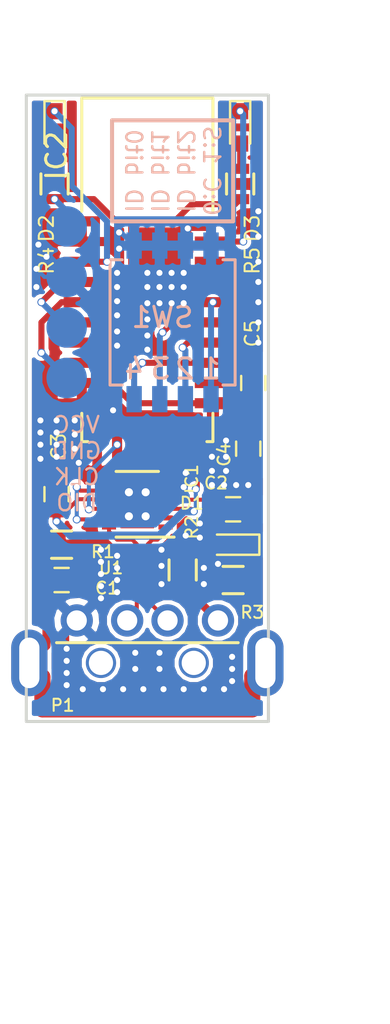
<source format=kicad_pcb>
(kicad_pcb (version 4) (host pcbnew 4.0.5)

  (general
    (links 60)
    (no_connects 0)
    (area 161.121429 72.8 184.35 123.175001)
    (thickness 1.6)
    (drawings 13)
    (tracks 381)
    (zones 0)
    (modules 22)
    (nets 24)
  )

  (page A4)
  (layers
    (0 F.Cu signal)
    (31 B.Cu signal)
    (32 B.Adhes user)
    (33 F.Adhes user)
    (34 B.Paste user)
    (35 F.Paste user)
    (36 B.SilkS user)
    (37 F.SilkS user)
    (38 B.Mask user)
    (39 F.Mask user)
    (40 Dwgs.User user)
    (41 Cmts.User user)
    (42 Eco1.User user)
    (43 Eco2.User user)
    (44 Edge.Cuts user)
    (45 Margin user)
    (46 B.CrtYd user)
    (47 F.CrtYd user)
    (48 B.Fab user)
    (49 F.Fab user)
  )

  (setup
    (last_trace_width 0.25)
    (user_trace_width 0.2)
    (user_trace_width 0.3)
    (user_trace_width 0.4)
    (user_trace_width 0.6)
    (user_trace_width 0.8)
    (user_trace_width 1)
    (trace_clearance 0.2)
    (zone_clearance 0.2)
    (zone_45_only yes)
    (trace_min 0.2)
    (segment_width 0.2)
    (edge_width 0.15)
    (via_size 0.6)
    (via_drill 0.4)
    (via_min_size 0.4)
    (via_min_drill 0.3)
    (user_via 0.4 0.3)
    (uvia_size 0.3)
    (uvia_drill 0.1)
    (uvias_allowed no)
    (uvia_min_size 0.2)
    (uvia_min_drill 0.1)
    (pcb_text_width 0.3)
    (pcb_text_size 1.5 1.5)
    (mod_edge_width 0.15)
    (mod_text_size 1 1)
    (mod_text_width 0.15)
    (pad_size 1.8 3.3)
    (pad_drill 1)
    (pad_to_mask_clearance 0.2)
    (aux_axis_origin 0 0)
    (grid_origin 168.5 106)
    (visible_elements 7FFEFFFF)
    (pcbplotparams
      (layerselection 0x00030_80000001)
      (usegerberextensions false)
      (excludeedgelayer true)
      (linewidth 0.100000)
      (plotframeref false)
      (viasonmask false)
      (mode 1)
      (useauxorigin false)
      (hpglpennumber 1)
      (hpglpenspeed 20)
      (hpglpendiameter 15)
      (hpglpenoverlay 2)
      (psnegative false)
      (psa4output false)
      (plotreference true)
      (plotvalue true)
      (plotinvisibletext false)
      (padsonsilk false)
      (subtractmaskfromsilk false)
      (outputformat 1)
      (mirror false)
      (drillshape 1)
      (scaleselection 1)
      (outputdirectory ""))
  )

  (net 0 "")
  (net 1 "Net-(C1-Pad1)")
  (net 2 GND)
  (net 3 "Net-(C2-Pad1)")
  (net 4 +3V3)
  (net 5 "Net-(D1-Pad1)")
  (net 6 "Net-(D2-Pad2)")
  (net 7 "Net-(D2-Pad1)")
  (net 8 "Net-(D3-Pad2)")
  (net 9 "Net-(D3-Pad1)")
  (net 10 "Net-(IC1-Pad1)")
  (net 11 /RX)
  (net 12 "Net-(IC1-Pad11)")
  (net 13 /TX)
  (net 14 "Net-(IC1-Pad12)")
  (net 15 /SW4)
  (net 16 /SW2)
  (net 17 /SW3)
  (net 18 /SW1)
  (net 19 "Net-(IC2-Pad4)")
  (net 20 "Net-(IC2-Pad5)")
  (net 21 "Net-(P1-Pad3)")
  (net 22 "Net-(P1-Pad2)")
  (net 23 "Net-(P1-Pad1)")

  (net_class Default "これは標準のネット クラスです。"
    (clearance 0.2)
    (trace_width 0.25)
    (via_dia 0.6)
    (via_drill 0.4)
    (uvia_dia 0.3)
    (uvia_drill 0.1)
    (add_net +3V3)
    (add_net /RX)
    (add_net /SW1)
    (add_net /SW2)
    (add_net /SW3)
    (add_net /SW4)
    (add_net /TX)
    (add_net GND)
    (add_net "Net-(C1-Pad1)")
    (add_net "Net-(C2-Pad1)")
    (add_net "Net-(D1-Pad1)")
    (add_net "Net-(D2-Pad1)")
    (add_net "Net-(D2-Pad2)")
    (add_net "Net-(D3-Pad1)")
    (add_net "Net-(D3-Pad2)")
    (add_net "Net-(IC1-Pad1)")
    (add_net "Net-(IC1-Pad11)")
    (add_net "Net-(IC1-Pad12)")
    (add_net "Net-(IC2-Pad4)")
    (add_net "Net-(IC2-Pad5)")
    (add_net "Net-(P1-Pad1)")
    (add_net "Net-(P1-Pad2)")
    (add_net "Net-(P1-Pad3)")
  )

  (module Capacitors_SMD:C_0603 (layer F.Cu) (tedit 589B4148) (tstamp 588AC307)
    (at 173.75 91.25 90)
    (descr "Capacitor SMD 0603, reflow soldering, AVX (see smccp.pdf)")
    (tags "capacitor 0603")
    (path /588A7C86)
    (attr smd)
    (fp_text reference C5 (at 2.45 -0.05 90) (layer F.SilkS)
      (effects (font (size 0.7 0.7) (thickness 0.1)))
    )
    (fp_text value 0.1u (at 0 1.9 90) (layer F.Fab)
      (effects (font (size 1 1) (thickness 0.15)))
    )
    (fp_line (start -0.8 0.4) (end -0.8 -0.4) (layer F.Fab) (width 0.1))
    (fp_line (start 0.8 0.4) (end -0.8 0.4) (layer F.Fab) (width 0.1))
    (fp_line (start 0.8 -0.4) (end 0.8 0.4) (layer F.Fab) (width 0.1))
    (fp_line (start -0.8 -0.4) (end 0.8 -0.4) (layer F.Fab) (width 0.1))
    (fp_line (start -1.45 -0.75) (end 1.45 -0.75) (layer F.CrtYd) (width 0.05))
    (fp_line (start -1.45 0.75) (end 1.45 0.75) (layer F.CrtYd) (width 0.05))
    (fp_line (start -1.45 -0.75) (end -1.45 0.75) (layer F.CrtYd) (width 0.05))
    (fp_line (start 1.45 -0.75) (end 1.45 0.75) (layer F.CrtYd) (width 0.05))
    (fp_line (start -0.35 -0.6) (end 0.35 -0.6) (layer F.SilkS) (width 0.12))
    (fp_line (start 0.35 0.6) (end -0.35 0.6) (layer F.SilkS) (width 0.12))
    (pad 1 smd rect (at -0.75 0 90) (size 0.8 0.75) (layers F.Cu F.Paste F.Mask)
      (net 4 +3V3))
    (pad 2 smd rect (at 0.75 0 90) (size 0.8 0.75) (layers F.Cu F.Paste F.Mask)
      (net 2 GND))
    (model Capacitors_SMD.3dshapes/C_0603.wrl
      (at (xyz 0 0 0))
      (scale (xyz 1 1 1))
      (rotate (xyz 0 0 0))
    )
  )

  (module Housings_DFN_QFN:DFN-12-1EP_3x3mm_Pitch0.45mm (layer F.Cu) (tedit 589B40D0) (tstamp 588AC32D)
    (at 168 97.25 180)
    (descr "DD Package; 12-Lead Plastic DFN (3mm x 3mm) (see Linear Technology DFN_12_05-08-1725.pdf)")
    (tags "DFN 0.45")
    (path /5889E66A)
    (attr smd)
    (fp_text reference IC1 (at -2.7 1.25 270) (layer F.SilkS)
      (effects (font (size 0.6 0.6) (thickness 0.1)))
    )
    (fp_text value FT234XD (at 0 2.55 180) (layer F.Fab)
      (effects (font (size 1 1) (thickness 0.15)))
    )
    (fp_line (start -0.5 -1.5) (end 1.5 -1.5) (layer F.Fab) (width 0.15))
    (fp_line (start 1.5 -1.5) (end 1.5 1.5) (layer F.Fab) (width 0.15))
    (fp_line (start 1.5 1.5) (end -1.5 1.5) (layer F.Fab) (width 0.15))
    (fp_line (start -1.5 1.5) (end -1.5 -0.5) (layer F.Fab) (width 0.15))
    (fp_line (start -1.5 -0.5) (end -0.5 -1.5) (layer F.Fab) (width 0.15))
    (fp_line (start -2 -1.8) (end -2 1.8) (layer F.CrtYd) (width 0.05))
    (fp_line (start 2 -1.8) (end 2 1.8) (layer F.CrtYd) (width 0.05))
    (fp_line (start -2 -1.8) (end 2 -1.8) (layer F.CrtYd) (width 0.05))
    (fp_line (start -2 1.8) (end 2 1.8) (layer F.CrtYd) (width 0.05))
    (fp_line (start -1.05 1.625) (end 1.05 1.625) (layer F.SilkS) (width 0.15))
    (fp_line (start -1.825 -1.625) (end 1.05 -1.625) (layer F.SilkS) (width 0.15))
    (pad 1 smd rect (at -1.4 -1.125 180) (size 0.7 0.25) (layers F.Cu F.Paste F.Mask)
      (net 10 "Net-(IC1-Pad1)"))
    (pad 2 smd rect (at -1.4 -0.675 180) (size 0.7 0.25) (layers F.Cu F.Paste F.Mask)
      (net 4 +3V3))
    (pad 3 smd rect (at -1.4 -0.225 180) (size 0.7 0.25) (layers F.Cu F.Paste F.Mask)
      (net 4 +3V3))
    (pad 4 smd rect (at -1.4 0.225 180) (size 0.7 0.25) (layers F.Cu F.Paste F.Mask)
      (net 3 "Net-(C2-Pad1)"))
    (pad 5 smd rect (at -1.4 0.675 180) (size 0.7 0.25) (layers F.Cu F.Paste F.Mask)
      (net 2 GND))
    (pad 6 smd rect (at -1.4 1.125 180) (size 0.7 0.25) (layers F.Cu F.Paste F.Mask))
    (pad 7 smd rect (at 1.4 1.125 180) (size 0.7 0.25) (layers F.Cu F.Paste F.Mask)
      (net 11 /RX))
    (pad 8 smd rect (at 1.4 0.675 180) (size 0.7 0.25) (layers F.Cu F.Paste F.Mask)
      (net 12 "Net-(IC1-Pad11)"))
    (pad 9 smd rect (at 1.4 0.225 180) (size 0.7 0.25) (layers F.Cu F.Paste F.Mask)
      (net 4 +3V3))
    (pad 10 smd rect (at 1.4 -0.225 180) (size 0.7 0.25) (layers F.Cu F.Paste F.Mask)
      (net 13 /TX))
    (pad 11 smd rect (at 1.4 -0.675 180) (size 0.7 0.25) (layers F.Cu F.Paste F.Mask)
      (net 12 "Net-(IC1-Pad11)"))
    (pad 12 smd rect (at 1.4 -1.125 180) (size 0.7 0.25) (layers F.Cu F.Paste F.Mask)
      (net 14 "Net-(IC1-Pad12)"))
    (pad 13 smd rect (at 0.415 0.595 180) (size 0.83 1.19) (layers F.Cu F.Paste F.Mask)
      (net 2 GND) (solder_paste_margin_ratio -0.2))
    (pad 13 smd rect (at 0.415 -0.595 180) (size 0.83 1.19) (layers F.Cu F.Paste F.Mask)
      (net 2 GND) (solder_paste_margin_ratio -0.2))
    (pad 13 smd rect (at -0.415 0.595 180) (size 0.83 1.19) (layers F.Cu F.Paste F.Mask)
      (net 2 GND) (solder_paste_margin_ratio -0.2))
    (pad 13 smd rect (at -0.415 -0.595 180) (size 0.83 1.19) (layers F.Cu F.Paste F.Mask)
      (net 2 GND) (solder_paste_margin_ratio -0.2))
    (model Housings_DFN_QFN.3dshapes/DFN-12-1EP_3x3mm_Pitch0.45mm.wrl
      (at (xyz 0 0 0))
      (scale (xyz 1 1 1))
      (rotate (xyz 0 0 0))
    )
  )

  (module Resistors_SMD:R_0603 (layer F.Cu) (tedit 589B407B) (tstamp 588AC367)
    (at 172.75 101 180)
    (descr "Resistor SMD 0603, reflow soldering, Vishay (see dcrcw.pdf)")
    (tags "resistor 0603")
    (path /588AA33D)
    (attr smd)
    (fp_text reference R3 (at -0.95 -1.6 180) (layer F.SilkS)
      (effects (font (size 0.6 0.6) (thickness 0.1)))
    )
    (fp_text value 1k (at 0 1.9 180) (layer F.Fab)
      (effects (font (size 1 1) (thickness 0.15)))
    )
    (fp_line (start -0.8 0.4) (end -0.8 -0.4) (layer F.Fab) (width 0.1))
    (fp_line (start 0.8 0.4) (end -0.8 0.4) (layer F.Fab) (width 0.1))
    (fp_line (start 0.8 -0.4) (end 0.8 0.4) (layer F.Fab) (width 0.1))
    (fp_line (start -0.8 -0.4) (end 0.8 -0.4) (layer F.Fab) (width 0.1))
    (fp_line (start -1.3 -0.8) (end 1.3 -0.8) (layer F.CrtYd) (width 0.05))
    (fp_line (start -1.3 0.8) (end 1.3 0.8) (layer F.CrtYd) (width 0.05))
    (fp_line (start -1.3 -0.8) (end -1.3 0.8) (layer F.CrtYd) (width 0.05))
    (fp_line (start 1.3 -0.8) (end 1.3 0.8) (layer F.CrtYd) (width 0.05))
    (fp_line (start 0.5 0.675) (end -0.5 0.675) (layer F.SilkS) (width 0.15))
    (fp_line (start -0.5 -0.675) (end 0.5 -0.675) (layer F.SilkS) (width 0.15))
    (pad 1 smd rect (at -0.75 0 180) (size 0.5 0.9) (layers F.Cu F.Paste F.Mask)
      (net 5 "Net-(D1-Pad1)"))
    (pad 2 smd rect (at 0.75 0 180) (size 0.5 0.9) (layers F.Cu F.Paste F.Mask)
      (net 2 GND))
    (model Resistors_SMD.3dshapes/R_0603.wrl
      (at (xyz 0 0 0))
      (scale (xyz 1 1 1))
      (rotate (xyz 0 0 0))
    )
  )

  (module Capacitors_SMD:C_0603 (layer F.Cu) (tedit 589B4042) (tstamp 588AC2EF)
    (at 164.25 101)
    (descr "Capacitor SMD 0603, reflow soldering, AVX (see smccp.pdf)")
    (tags "capacitor 0603")
    (path /588ABBC6)
    (attr smd)
    (fp_text reference C1 (at 2.25 0.4) (layer F.SilkS)
      (effects (font (size 0.6 0.6) (thickness 0.1)))
    )
    (fp_text value 0.1u (at 0 1.9) (layer F.Fab)
      (effects (font (size 1 1) (thickness 0.15)))
    )
    (fp_line (start -0.8 0.4) (end -0.8 -0.4) (layer F.Fab) (width 0.1))
    (fp_line (start 0.8 0.4) (end -0.8 0.4) (layer F.Fab) (width 0.1))
    (fp_line (start 0.8 -0.4) (end 0.8 0.4) (layer F.Fab) (width 0.1))
    (fp_line (start -0.8 -0.4) (end 0.8 -0.4) (layer F.Fab) (width 0.1))
    (fp_line (start -1.45 -0.75) (end 1.45 -0.75) (layer F.CrtYd) (width 0.05))
    (fp_line (start -1.45 0.75) (end 1.45 0.75) (layer F.CrtYd) (width 0.05))
    (fp_line (start -1.45 -0.75) (end -1.45 0.75) (layer F.CrtYd) (width 0.05))
    (fp_line (start 1.45 -0.75) (end 1.45 0.75) (layer F.CrtYd) (width 0.05))
    (fp_line (start -0.35 -0.6) (end 0.35 -0.6) (layer F.SilkS) (width 0.12))
    (fp_line (start 0.35 0.6) (end -0.35 0.6) (layer F.SilkS) (width 0.12))
    (pad 1 smd rect (at -0.75 0) (size 0.8 0.75) (layers F.Cu F.Paste F.Mask)
      (net 1 "Net-(C1-Pad1)"))
    (pad 2 smd rect (at 0.75 0) (size 0.8 0.75) (layers F.Cu F.Paste F.Mask)
      (net 2 GND))
    (model Capacitors_SMD.3dshapes/C_0603.wrl
      (at (xyz 0 0 0))
      (scale (xyz 1 1 1))
      (rotate (xyz 0 0 0))
    )
  )

  (module Capacitors_SMD:C_0603 (layer F.Cu) (tedit 589B40D8) (tstamp 588AC2F5)
    (at 172.75 97.5)
    (descr "Capacitor SMD 0603, reflow soldering, AVX (see smccp.pdf)")
    (tags "capacitor 0603")
    (path /588A939E)
    (attr smd)
    (fp_text reference C2 (at -0.85 -1.3) (layer F.SilkS)
      (effects (font (size 0.6 0.6) (thickness 0.1)))
    )
    (fp_text value 0.1u (at 0 1.9) (layer F.Fab)
      (effects (font (size 1 1) (thickness 0.15)))
    )
    (fp_line (start -0.8 0.4) (end -0.8 -0.4) (layer F.Fab) (width 0.1))
    (fp_line (start 0.8 0.4) (end -0.8 0.4) (layer F.Fab) (width 0.1))
    (fp_line (start 0.8 -0.4) (end 0.8 0.4) (layer F.Fab) (width 0.1))
    (fp_line (start -0.8 -0.4) (end 0.8 -0.4) (layer F.Fab) (width 0.1))
    (fp_line (start -1.45 -0.75) (end 1.45 -0.75) (layer F.CrtYd) (width 0.05))
    (fp_line (start -1.45 0.75) (end 1.45 0.75) (layer F.CrtYd) (width 0.05))
    (fp_line (start -1.45 -0.75) (end -1.45 0.75) (layer F.CrtYd) (width 0.05))
    (fp_line (start 1.45 -0.75) (end 1.45 0.75) (layer F.CrtYd) (width 0.05))
    (fp_line (start -0.35 -0.6) (end 0.35 -0.6) (layer F.SilkS) (width 0.12))
    (fp_line (start 0.35 0.6) (end -0.35 0.6) (layer F.SilkS) (width 0.12))
    (pad 1 smd rect (at -0.75 0) (size 0.8 0.75) (layers F.Cu F.Paste F.Mask)
      (net 3 "Net-(C2-Pad1)"))
    (pad 2 smd rect (at 0.75 0) (size 0.8 0.75) (layers F.Cu F.Paste F.Mask)
      (net 2 GND))
    (model Capacitors_SMD.3dshapes/C_0603.wrl
      (at (xyz 0 0 0))
      (scale (xyz 1 1 1))
      (rotate (xyz 0 0 0))
    )
  )

  (module Capacitors_SMD:C_0603 (layer F.Cu) (tedit 589B413E) (tstamp 588AC2FB)
    (at 164 96.75 90)
    (descr "Capacitor SMD 0603, reflow soldering, AVX (see smccp.pdf)")
    (tags "capacitor 0603")
    (path /588A8C5F)
    (attr smd)
    (fp_text reference C3 (at 2.35 0.1 90) (layer F.SilkS)
      (effects (font (size 0.7 0.7) (thickness 0.1)))
    )
    (fp_text value 0.1u (at 0 1.9 90) (layer F.Fab)
      (effects (font (size 1 1) (thickness 0.15)))
    )
    (fp_line (start -0.8 0.4) (end -0.8 -0.4) (layer F.Fab) (width 0.1))
    (fp_line (start 0.8 0.4) (end -0.8 0.4) (layer F.Fab) (width 0.1))
    (fp_line (start 0.8 -0.4) (end 0.8 0.4) (layer F.Fab) (width 0.1))
    (fp_line (start -0.8 -0.4) (end 0.8 -0.4) (layer F.Fab) (width 0.1))
    (fp_line (start -1.45 -0.75) (end 1.45 -0.75) (layer F.CrtYd) (width 0.05))
    (fp_line (start -1.45 0.75) (end 1.45 0.75) (layer F.CrtYd) (width 0.05))
    (fp_line (start -1.45 -0.75) (end -1.45 0.75) (layer F.CrtYd) (width 0.05))
    (fp_line (start 1.45 -0.75) (end 1.45 0.75) (layer F.CrtYd) (width 0.05))
    (fp_line (start -0.35 -0.6) (end 0.35 -0.6) (layer F.SilkS) (width 0.12))
    (fp_line (start 0.35 0.6) (end -0.35 0.6) (layer F.SilkS) (width 0.12))
    (pad 1 smd rect (at -0.75 0 90) (size 0.8 0.75) (layers F.Cu F.Paste F.Mask)
      (net 4 +3V3))
    (pad 2 smd rect (at 0.75 0 90) (size 0.8 0.75) (layers F.Cu F.Paste F.Mask)
      (net 2 GND))
    (model Capacitors_SMD.3dshapes/C_0603.wrl
      (at (xyz 0 0 0))
      (scale (xyz 1 1 1))
      (rotate (xyz 0 0 0))
    )
  )

  (module Capacitors_SMD:C_0603 (layer F.Cu) (tedit 589B40DB) (tstamp 588AC301)
    (at 173.5 94.5 270)
    (descr "Capacitor SMD 0603, reflow soldering, AVX (see smccp.pdf)")
    (tags "capacitor 0603")
    (path /588A7C49)
    (attr smd)
    (fp_text reference C4 (at 0.3 1.2 270) (layer F.SilkS)
      (effects (font (size 0.6 0.6) (thickness 0.1)))
    )
    (fp_text value 10u (at 0 1.9 270) (layer F.Fab)
      (effects (font (size 1 1) (thickness 0.15)))
    )
    (fp_line (start -0.8 0.4) (end -0.8 -0.4) (layer F.Fab) (width 0.1))
    (fp_line (start 0.8 0.4) (end -0.8 0.4) (layer F.Fab) (width 0.1))
    (fp_line (start 0.8 -0.4) (end 0.8 0.4) (layer F.Fab) (width 0.1))
    (fp_line (start -0.8 -0.4) (end 0.8 -0.4) (layer F.Fab) (width 0.1))
    (fp_line (start -1.45 -0.75) (end 1.45 -0.75) (layer F.CrtYd) (width 0.05))
    (fp_line (start -1.45 0.75) (end 1.45 0.75) (layer F.CrtYd) (width 0.05))
    (fp_line (start -1.45 -0.75) (end -1.45 0.75) (layer F.CrtYd) (width 0.05))
    (fp_line (start 1.45 -0.75) (end 1.45 0.75) (layer F.CrtYd) (width 0.05))
    (fp_line (start -0.35 -0.6) (end 0.35 -0.6) (layer F.SilkS) (width 0.12))
    (fp_line (start 0.35 0.6) (end -0.35 0.6) (layer F.SilkS) (width 0.12))
    (pad 1 smd rect (at -0.75 0 270) (size 0.8 0.75) (layers F.Cu F.Paste F.Mask)
      (net 4 +3V3))
    (pad 2 smd rect (at 0.75 0 270) (size 0.8 0.75) (layers F.Cu F.Paste F.Mask)
      (net 2 GND))
    (model Capacitors_SMD.3dshapes/C_0603.wrl
      (at (xyz 0 0 0))
      (scale (xyz 1 1 1))
      (rotate (xyz 0 0 0))
    )
  )

  (module LEDs:LED_0603 (layer F.Cu) (tedit 589B40D4) (tstamp 588AC30D)
    (at 172.75 99.25 180)
    (descr "LED 0603 smd package")
    (tags "LED led 0603 SMD smd SMT smt smdled SMDLED smtled SMTLED")
    (path /588A9F7A)
    (attr smd)
    (fp_text reference D1 (at 2.05 2.05 180) (layer F.SilkS)
      (effects (font (size 0.6 0.6) (thickness 0.1)))
    )
    (fp_text value Blue (at 0 1.35 180) (layer F.Fab)
      (effects (font (size 1 1) (thickness 0.15)))
    )
    (fp_line (start -1.3 -0.5) (end -1.3 0.5) (layer F.SilkS) (width 0.12))
    (fp_line (start -0.2 -0.2) (end -0.2 0.2) (layer F.Fab) (width 0.1))
    (fp_line (start -0.15 0) (end 0.15 -0.2) (layer F.Fab) (width 0.1))
    (fp_line (start 0.15 0.2) (end -0.15 0) (layer F.Fab) (width 0.1))
    (fp_line (start 0.15 -0.2) (end 0.15 0.2) (layer F.Fab) (width 0.1))
    (fp_line (start 0.8 0.4) (end -0.8 0.4) (layer F.Fab) (width 0.1))
    (fp_line (start 0.8 -0.4) (end 0.8 0.4) (layer F.Fab) (width 0.1))
    (fp_line (start -0.8 -0.4) (end 0.8 -0.4) (layer F.Fab) (width 0.1))
    (fp_line (start -0.8 0.4) (end -0.8 -0.4) (layer F.Fab) (width 0.1))
    (fp_line (start -1.3 0.5) (end 0.8 0.5) (layer F.SilkS) (width 0.12))
    (fp_line (start -1.3 -0.5) (end 0.8 -0.5) (layer F.SilkS) (width 0.12))
    (fp_line (start 1.45 -0.65) (end 1.45 0.65) (layer F.CrtYd) (width 0.05))
    (fp_line (start 1.45 0.65) (end -1.45 0.65) (layer F.CrtYd) (width 0.05))
    (fp_line (start -1.45 0.65) (end -1.45 -0.65) (layer F.CrtYd) (width 0.05))
    (fp_line (start -1.45 -0.65) (end 1.45 -0.65) (layer F.CrtYd) (width 0.05))
    (pad 2 smd rect (at 0.8 0) (size 0.8 0.8) (layers F.Cu F.Paste F.Mask)
      (net 3 "Net-(C2-Pad1)"))
    (pad 1 smd rect (at -0.8 0) (size 0.8 0.8) (layers F.Cu F.Paste F.Mask)
      (net 5 "Net-(D1-Pad1)"))
    (model LEDs.3dshapes/LED_0603.wrl
      (at (xyz 0 0 0))
      (scale (xyz 1 1 1))
      (rotate (xyz 0 0 180))
    )
  )

  (module LEDs:LED_0603 (layer F.Cu) (tedit 589B4129) (tstamp 588AC313)
    (at 163.9 78.6 270)
    (descr "LED 0603 smd package")
    (tags "LED led 0603 SMD smd SMT smt smdled SMDLED smtled SMTLED")
    (path /5889F73B)
    (attr smd)
    (fp_text reference D2 (at 5 0.4 270) (layer F.SilkS)
      (effects (font (size 0.7 0.7) (thickness 0.1)))
    )
    (fp_text value RED (at 0 1.35 270) (layer F.Fab)
      (effects (font (size 1 1) (thickness 0.15)))
    )
    (fp_line (start -1.3 -0.5) (end -1.3 0.5) (layer F.SilkS) (width 0.12))
    (fp_line (start -0.2 -0.2) (end -0.2 0.2) (layer F.Fab) (width 0.1))
    (fp_line (start -0.15 0) (end 0.15 -0.2) (layer F.Fab) (width 0.1))
    (fp_line (start 0.15 0.2) (end -0.15 0) (layer F.Fab) (width 0.1))
    (fp_line (start 0.15 -0.2) (end 0.15 0.2) (layer F.Fab) (width 0.1))
    (fp_line (start 0.8 0.4) (end -0.8 0.4) (layer F.Fab) (width 0.1))
    (fp_line (start 0.8 -0.4) (end 0.8 0.4) (layer F.Fab) (width 0.1))
    (fp_line (start -0.8 -0.4) (end 0.8 -0.4) (layer F.Fab) (width 0.1))
    (fp_line (start -0.8 0.4) (end -0.8 -0.4) (layer F.Fab) (width 0.1))
    (fp_line (start -1.3 0.5) (end 0.8 0.5) (layer F.SilkS) (width 0.12))
    (fp_line (start -1.3 -0.5) (end 0.8 -0.5) (layer F.SilkS) (width 0.12))
    (fp_line (start 1.45 -0.65) (end 1.45 0.65) (layer F.CrtYd) (width 0.05))
    (fp_line (start 1.45 0.65) (end -1.45 0.65) (layer F.CrtYd) (width 0.05))
    (fp_line (start -1.45 0.65) (end -1.45 -0.65) (layer F.CrtYd) (width 0.05))
    (fp_line (start -1.45 -0.65) (end 1.45 -0.65) (layer F.CrtYd) (width 0.05))
    (pad 2 smd rect (at 0.8 0 90) (size 0.8 0.8) (layers F.Cu F.Paste F.Mask)
      (net 6 "Net-(D2-Pad2)"))
    (pad 1 smd rect (at -0.8 0 90) (size 0.8 0.8) (layers F.Cu F.Paste F.Mask)
      (net 7 "Net-(D2-Pad1)"))
    (model LEDs.3dshapes/LED_0603.wrl
      (at (xyz 0 0 0))
      (scale (xyz 1 1 1))
      (rotate (xyz 0 0 180))
    )
  )

  (module LEDs:LED_0603 (layer F.Cu) (tedit 589B410D) (tstamp 588AC319)
    (at 173.1 78.6 270)
    (descr "LED 0603 smd package")
    (tags "LED led 0603 SMD smd SMT smt smdled SMDLED smtled SMTLED")
    (path /5889F8B6)
    (attr smd)
    (fp_text reference D3 (at 5 -0.6 270) (layer F.SilkS)
      (effects (font (size 0.7 0.7) (thickness 0.1)))
    )
    (fp_text value GREEN (at 0 1.35 270) (layer F.Fab)
      (effects (font (size 1 1) (thickness 0.15)))
    )
    (fp_line (start -1.3 -0.5) (end -1.3 0.5) (layer F.SilkS) (width 0.12))
    (fp_line (start -0.2 -0.2) (end -0.2 0.2) (layer F.Fab) (width 0.1))
    (fp_line (start -0.15 0) (end 0.15 -0.2) (layer F.Fab) (width 0.1))
    (fp_line (start 0.15 0.2) (end -0.15 0) (layer F.Fab) (width 0.1))
    (fp_line (start 0.15 -0.2) (end 0.15 0.2) (layer F.Fab) (width 0.1))
    (fp_line (start 0.8 0.4) (end -0.8 0.4) (layer F.Fab) (width 0.1))
    (fp_line (start 0.8 -0.4) (end 0.8 0.4) (layer F.Fab) (width 0.1))
    (fp_line (start -0.8 -0.4) (end 0.8 -0.4) (layer F.Fab) (width 0.1))
    (fp_line (start -0.8 0.4) (end -0.8 -0.4) (layer F.Fab) (width 0.1))
    (fp_line (start -1.3 0.5) (end 0.8 0.5) (layer F.SilkS) (width 0.12))
    (fp_line (start -1.3 -0.5) (end 0.8 -0.5) (layer F.SilkS) (width 0.12))
    (fp_line (start 1.45 -0.65) (end 1.45 0.65) (layer F.CrtYd) (width 0.05))
    (fp_line (start 1.45 0.65) (end -1.45 0.65) (layer F.CrtYd) (width 0.05))
    (fp_line (start -1.45 0.65) (end -1.45 -0.65) (layer F.CrtYd) (width 0.05))
    (fp_line (start -1.45 -0.65) (end 1.45 -0.65) (layer F.CrtYd) (width 0.05))
    (pad 2 smd rect (at 0.8 0 90) (size 0.8 0.8) (layers F.Cu F.Paste F.Mask)
      (net 8 "Net-(D3-Pad2)"))
    (pad 1 smd rect (at -0.8 0 90) (size 0.8 0.8) (layers F.Cu F.Paste F.Mask)
      (net 9 "Net-(D3-Pad1)"))
    (model LEDs.3dshapes/LED_0603.wrl
      (at (xyz 0 0 0))
      (scale (xyz 1 1 1))
      (rotate (xyz 0 0 180))
    )
  )

  (module B-ART:BVMCN5103-BK (layer F.Cu) (tedit 5839ADF8) (tstamp 588AC34B)
    (at 168.5 92.25)
    (path /5889F69D)
    (fp_text reference IC2 (at -4.5 -12.25 90) (layer F.SilkS)
      (effects (font (size 1 1) (thickness 0.15)))
    )
    (fp_text value BVMCN5103-BK (at 0 -6.25 90) (layer F.Fab)
      (effects (font (size 1 1) (thickness 0.15)))
    )
    (fp_line (start 3.25 -15.1) (end -3.25 -15.1) (layer F.SilkS) (width 0.15))
    (fp_line (start 3.25 -9.5) (end 3.25 -15.1) (layer F.SilkS) (width 0.15))
    (fp_line (start -3.25 -9.5) (end -3.25 -15.1) (layer F.SilkS) (width 0.15))
    (fp_line (start 3.25 1.9) (end 2.95 1.9) (layer F.SilkS) (width 0.15))
    (fp_line (start -3.25 1.9) (end -2.95 1.9) (layer F.SilkS) (width 0.15))
    (fp_line (start 3.25 0.5) (end 3.25 1.9) (layer F.SilkS) (width 0.15))
    (fp_line (start -3.25 0.5) (end -3.25 1.9) (layer F.SilkS) (width 0.15))
    (pad 17 smd rect (at 3.25 0) (size 1.8 0.5) (layers F.Cu F.Paste F.Mask)
      (net 4 +3V3))
    (pad 18 smd rect (at 3.25 -1) (size 1.8 0.5) (layers F.Cu F.Paste F.Mask))
    (pad 19 smd rect (at 3.25 -2) (size 1.8 0.5) (layers F.Cu F.Paste F.Mask)
      (net 15 /SW4))
    (pad 20 smd rect (at 3.25 -3) (size 1.8 0.5) (layers F.Cu F.Paste F.Mask)
      (net 16 /SW2))
    (pad 21 smd rect (at 3.25 -4) (size 1.8 0.5) (layers F.Cu F.Paste F.Mask)
      (net 17 /SW3))
    (pad 22 smd rect (at 3.25 -5) (size 1.8 0.5) (layers F.Cu F.Paste F.Mask)
      (net 18 /SW1))
    (pad 23 smd rect (at 3.25 -6) (size 1.8 0.5) (layers F.Cu F.Paste F.Mask))
    (pad 24 smd rect (at 3.25 -7) (size 1.8 0.5) (layers F.Cu F.Paste F.Mask))
    (pad 25 smd rect (at 3.25 -8) (size 1.8 0.5) (layers F.Cu F.Paste F.Mask)
      (net 9 "Net-(D3-Pad1)"))
    (pad 26 smd rect (at 3.25 -9) (size 1.8 0.5) (layers F.Cu F.Paste F.Mask)
      (net 2 GND))
    (pad 1 smd rect (at -3.25 -9) (size 1.8 0.5) (layers F.Cu F.Paste F.Mask)
      (net 2 GND))
    (pad 2 smd rect (at -3.25 -8) (size 1.8 0.5) (layers F.Cu F.Paste F.Mask)
      (net 2 GND))
    (pad 3 smd rect (at -3.25 -7) (size 1.8 0.5) (layers F.Cu F.Paste F.Mask)
      (net 7 "Net-(D2-Pad1)"))
    (pad 4 smd rect (at -3.25 -6) (size 1.8 0.5) (layers F.Cu F.Paste F.Mask)
      (net 19 "Net-(IC2-Pad4)"))
    (pad 5 smd rect (at -3.25 -5) (size 1.8 0.5) (layers F.Cu F.Paste F.Mask)
      (net 20 "Net-(IC2-Pad5)"))
    (pad 6 smd rect (at -3.25 -4) (size 1.8 0.5) (layers F.Cu F.Paste F.Mask))
    (pad 7 smd rect (at -3.25 -3) (size 1.8 0.5) (layers F.Cu F.Paste F.Mask))
    (pad 8 smd rect (at -3.25 -2) (size 1.8 0.5) (layers F.Cu F.Paste F.Mask))
    (pad 9 smd rect (at -3.25 -1) (size 1.8 0.5) (layers F.Cu F.Paste F.Mask)
      (net 2 GND))
    (pad 10 smd rect (at -3.25 0) (size 1.8 0.5) (layers F.Cu F.Paste F.Mask)
      (net 2 GND))
    (pad 11 smd rect (at -2.5 1.9 90) (size 1.8 0.5) (layers F.Cu F.Paste F.Mask)
      (net 2 GND))
    (pad 12 smd rect (at -1.5 1.9 90) (size 1.8 0.5) (layers F.Cu F.Paste F.Mask)
      (net 13 /TX))
    (pad 13 smd rect (at -0.5 1.9 90) (size 1.8 0.5) (layers F.Cu F.Paste F.Mask)
      (net 11 /RX))
    (pad 14 smd rect (at 0.5 1.9 90) (size 1.8 0.5) (layers F.Cu F.Paste F.Mask))
    (pad 15 smd rect (at 1.5 1.9 90) (size 1.8 0.5) (layers F.Cu F.Paste F.Mask))
    (pad 16 smd rect (at 2.5 1.9 90) (size 1.8 0.5) (layers F.Cu F.Paste F.Mask)
      (net 4 +3V3))
  )

  (module Resistors_SMD:R_0603 (layer F.Cu) (tedit 589B403D) (tstamp 588AC35B)
    (at 164.25 99.25)
    (descr "Resistor SMD 0603, reflow soldering, Vishay (see dcrcw.pdf)")
    (tags "resistor 0603")
    (path /5889E7E1)
    (attr smd)
    (fp_text reference R1 (at 2.05 0.35 180) (layer F.SilkS)
      (effects (font (size 0.6 0.6) (thickness 0.1)))
    )
    (fp_text value BLM18P (at 0 1.9) (layer F.Fab)
      (effects (font (size 1 1) (thickness 0.15)))
    )
    (fp_line (start -0.8 0.4) (end -0.8 -0.4) (layer F.Fab) (width 0.1))
    (fp_line (start 0.8 0.4) (end -0.8 0.4) (layer F.Fab) (width 0.1))
    (fp_line (start 0.8 -0.4) (end 0.8 0.4) (layer F.Fab) (width 0.1))
    (fp_line (start -0.8 -0.4) (end 0.8 -0.4) (layer F.Fab) (width 0.1))
    (fp_line (start -1.3 -0.8) (end 1.3 -0.8) (layer F.CrtYd) (width 0.05))
    (fp_line (start -1.3 0.8) (end 1.3 0.8) (layer F.CrtYd) (width 0.05))
    (fp_line (start -1.3 -0.8) (end -1.3 0.8) (layer F.CrtYd) (width 0.05))
    (fp_line (start 1.3 -0.8) (end 1.3 0.8) (layer F.CrtYd) (width 0.05))
    (fp_line (start 0.5 0.675) (end -0.5 0.675) (layer F.SilkS) (width 0.15))
    (fp_line (start -0.5 -0.675) (end 0.5 -0.675) (layer F.SilkS) (width 0.15))
    (pad 1 smd rect (at -0.75 0) (size 0.5 0.9) (layers F.Cu F.Paste F.Mask)
      (net 1 "Net-(C1-Pad1)"))
    (pad 2 smd rect (at 0.75 0) (size 0.5 0.9) (layers F.Cu F.Paste F.Mask)
      (net 2 GND))
    (model Resistors_SMD.3dshapes/R_0603.wrl
      (at (xyz 0 0 0))
      (scale (xyz 1 1 1))
      (rotate (xyz 0 0 0))
    )
  )

  (module Resistors_SMD:R_0603 (layer F.Cu) (tedit 589B40BB) (tstamp 588AC361)
    (at 170.25 100.5 270)
    (descr "Resistor SMD 0603, reflow soldering, Vishay (see dcrcw.pdf)")
    (tags "resistor 0603")
    (path /588ABACF)
    (attr smd)
    (fp_text reference R2 (at -2.1 -0.45 270) (layer F.SilkS)
      (effects (font (size 0.6 0.6) (thickness 0.1)))
    )
    (fp_text value BLM18P (at 0 1.9 270) (layer F.Fab)
      (effects (font (size 1 1) (thickness 0.15)))
    )
    (fp_line (start -0.8 0.4) (end -0.8 -0.4) (layer F.Fab) (width 0.1))
    (fp_line (start 0.8 0.4) (end -0.8 0.4) (layer F.Fab) (width 0.1))
    (fp_line (start 0.8 -0.4) (end 0.8 0.4) (layer F.Fab) (width 0.1))
    (fp_line (start -0.8 -0.4) (end 0.8 -0.4) (layer F.Fab) (width 0.1))
    (fp_line (start -1.3 -0.8) (end 1.3 -0.8) (layer F.CrtYd) (width 0.05))
    (fp_line (start -1.3 0.8) (end 1.3 0.8) (layer F.CrtYd) (width 0.05))
    (fp_line (start -1.3 -0.8) (end -1.3 0.8) (layer F.CrtYd) (width 0.05))
    (fp_line (start 1.3 -0.8) (end 1.3 0.8) (layer F.CrtYd) (width 0.05))
    (fp_line (start 0.5 0.675) (end -0.5 0.675) (layer F.SilkS) (width 0.15))
    (fp_line (start -0.5 -0.675) (end 0.5 -0.675) (layer F.SilkS) (width 0.15))
    (pad 1 smd rect (at -0.75 0 270) (size 0.5 0.9) (layers F.Cu F.Paste F.Mask)
      (net 3 "Net-(C2-Pad1)"))
    (pad 2 smd rect (at 0.75 0 270) (size 0.5 0.9) (layers F.Cu F.Paste F.Mask)
      (net 23 "Net-(P1-Pad1)"))
    (model Resistors_SMD.3dshapes/R_0603.wrl
      (at (xyz 0 0 0))
      (scale (xyz 1 1 1))
      (rotate (xyz 0 0 0))
    )
  )

  (module Resistors_SMD:R_0603 (layer F.Cu) (tedit 589B4132) (tstamp 588AC36D)
    (at 163.9 81.4 90)
    (descr "Resistor SMD 0603, reflow soldering, Vishay (see dcrcw.pdf)")
    (tags "resistor 0603")
    (path /5889F78E)
    (attr smd)
    (fp_text reference R4 (at -3.8 -0.4 90) (layer F.SilkS)
      (effects (font (size 0.7 0.7) (thickness 0.1)))
    )
    (fp_text value 1k (at 0 1.9 90) (layer F.Fab)
      (effects (font (size 1 1) (thickness 0.15)))
    )
    (fp_line (start -0.8 0.4) (end -0.8 -0.4) (layer F.Fab) (width 0.1))
    (fp_line (start 0.8 0.4) (end -0.8 0.4) (layer F.Fab) (width 0.1))
    (fp_line (start 0.8 -0.4) (end 0.8 0.4) (layer F.Fab) (width 0.1))
    (fp_line (start -0.8 -0.4) (end 0.8 -0.4) (layer F.Fab) (width 0.1))
    (fp_line (start -1.3 -0.8) (end 1.3 -0.8) (layer F.CrtYd) (width 0.05))
    (fp_line (start -1.3 0.8) (end 1.3 0.8) (layer F.CrtYd) (width 0.05))
    (fp_line (start -1.3 -0.8) (end -1.3 0.8) (layer F.CrtYd) (width 0.05))
    (fp_line (start 1.3 -0.8) (end 1.3 0.8) (layer F.CrtYd) (width 0.05))
    (fp_line (start 0.5 0.675) (end -0.5 0.675) (layer F.SilkS) (width 0.15))
    (fp_line (start -0.5 -0.675) (end 0.5 -0.675) (layer F.SilkS) (width 0.15))
    (pad 1 smd rect (at -0.75 0 90) (size 0.5 0.9) (layers F.Cu F.Paste F.Mask)
      (net 4 +3V3))
    (pad 2 smd rect (at 0.75 0 90) (size 0.5 0.9) (layers F.Cu F.Paste F.Mask)
      (net 6 "Net-(D2-Pad2)"))
    (model Resistors_SMD.3dshapes/R_0603.wrl
      (at (xyz 0 0 0))
      (scale (xyz 1 1 1))
      (rotate (xyz 0 0 0))
    )
  )

  (module Resistors_SMD:R_0603 (layer F.Cu) (tedit 589B411E) (tstamp 588AC373)
    (at 173.1 81.4 90)
    (descr "Resistor SMD 0603, reflow soldering, Vishay (see dcrcw.pdf)")
    (tags "resistor 0603")
    (path /5889F8BC)
    (attr smd)
    (fp_text reference R5 (at -3.8 0.6 90) (layer F.SilkS)
      (effects (font (size 0.7 0.7) (thickness 0.1)))
    )
    (fp_text value 510 (at 0 1.9 90) (layer F.Fab)
      (effects (font (size 1 1) (thickness 0.15)))
    )
    (fp_line (start -0.8 0.4) (end -0.8 -0.4) (layer F.Fab) (width 0.1))
    (fp_line (start 0.8 0.4) (end -0.8 0.4) (layer F.Fab) (width 0.1))
    (fp_line (start 0.8 -0.4) (end 0.8 0.4) (layer F.Fab) (width 0.1))
    (fp_line (start -0.8 -0.4) (end 0.8 -0.4) (layer F.Fab) (width 0.1))
    (fp_line (start -1.3 -0.8) (end 1.3 -0.8) (layer F.CrtYd) (width 0.05))
    (fp_line (start -1.3 0.8) (end 1.3 0.8) (layer F.CrtYd) (width 0.05))
    (fp_line (start -1.3 -0.8) (end -1.3 0.8) (layer F.CrtYd) (width 0.05))
    (fp_line (start 1.3 -0.8) (end 1.3 0.8) (layer F.CrtYd) (width 0.05))
    (fp_line (start 0.5 0.675) (end -0.5 0.675) (layer F.SilkS) (width 0.15))
    (fp_line (start -0.5 -0.675) (end 0.5 -0.675) (layer F.SilkS) (width 0.15))
    (pad 1 smd rect (at -0.75 0 90) (size 0.5 0.9) (layers F.Cu F.Paste F.Mask)
      (net 4 +3V3))
    (pad 2 smd rect (at 0.75 0 90) (size 0.5 0.9) (layers F.Cu F.Paste F.Mask)
      (net 8 "Net-(D3-Pad2)"))
    (model Resistors_SMD.3dshapes/R_0603.wrl
      (at (xyz 0 0 0))
      (scale (xyz 1 1 1))
      (rotate (xyz 0 0 0))
    )
  )

  (module B-ART:DIPSW-4P (layer B.Cu) (tedit 589BCB10) (tstamp 588AC37F)
    (at 169.75 88.25 180)
    (path /588A4742)
    (fp_text reference SW1 (at 0.5 0.25 180) (layer B.SilkS)
      (effects (font (size 1 1) (thickness 0.15)) (justify mirror))
    )
    (fp_text value DIPSW-4 (at 4.4 0.1 450) (layer B.Fab)
      (effects (font (size 1 1) (thickness 0.15)) (justify mirror))
    )
    (fp_text user 4 (at 1.9 -2.3 180) (layer B.SilkS)
      (effects (font (size 1 1) (thickness 0.15)) (justify mirror))
    )
    (fp_text user 3 (at 0.6 -2.3 180) (layer B.SilkS)
      (effects (font (size 1 1) (thickness 0.15)) (justify mirror))
    )
    (fp_text user 2 (at -0.6 -2.3 180) (layer B.SilkS)
      (effects (font (size 1 1) (thickness 0.15)) (justify mirror))
    )
    (fp_text user 1 (at -1.9 -2.3 180) (layer B.SilkS)
      (effects (font (size 1 1) (thickness 0.15)) (justify mirror))
    )
    (fp_line (start -2.5 -3.1) (end -3.1 -3.1) (layer B.SilkS) (width 0.15))
    (fp_line (start -3.1 -3.1) (end -3.1 3.1) (layer B.SilkS) (width 0.15))
    (fp_line (start 2.5 3.1) (end 3.1 3.1) (layer B.SilkS) (width 0.15))
    (fp_line (start 3.1 3.1) (end 3.1 -3.1) (layer B.SilkS) (width 0.15))
    (fp_line (start 3.1 -3.1) (end 2.5 -3.1) (layer B.SilkS) (width 0.15))
    (fp_line (start -3.1 3.1) (end -2.5 3.1) (layer B.SilkS) (width 0.15))
    (pad 1 smd rect (at -1.905 -3.8 180) (size 0.76 1.3) (layers B.Cu B.Paste B.Mask)
      (net 18 /SW1))
    (pad 2 smd rect (at -0.635 -3.8 180) (size 0.76 1.3) (layers B.Cu B.Paste B.Mask)
      (net 16 /SW2))
    (pad 3 smd rect (at 0.635 -3.8 180) (size 0.76 1.3) (layers B.Cu B.Paste B.Mask)
      (net 17 /SW3))
    (pad 4 smd rect (at 1.905 -3.8 180) (size 0.76 1.3) (layers B.Cu B.Paste B.Mask)
      (net 15 /SW4))
    (pad 5 smd rect (at 1.905 3.8 180) (size 0.76 1.3) (layers B.Cu B.Paste B.Mask)
      (net 2 GND))
    (pad 6 smd rect (at 0.635 3.8 180) (size 0.76 1.3) (layers B.Cu B.Paste B.Mask)
      (net 2 GND))
    (pad 7 smd rect (at -0.635 3.8 180) (size 0.76 1.3) (layers B.Cu B.Paste B.Mask)
      (net 2 GND))
    (pad 8 smd rect (at -1.905 3.8 180) (size 0.76 1.3) (layers B.Cu B.Paste B.Mask)
      (net 2 GND))
  )

  (module B-ART:LXES11D (layer F.Cu) (tedit 589B4065) (tstamp 588AC389)
    (at 168.25 100.5)
    (path /5889E772)
    (fp_text reference U1 (at -1.55 -0.1) (layer F.SilkS)
      (effects (font (size 0.6 0.6) (thickness 0.1)))
    )
    (fp_text value LXES11D (at 0.2 2) (layer F.Fab)
      (effects (font (size 1 1) (thickness 0.15)))
    )
    (pad 1 smd rect (at 0.275 -0.625) (size 0.3 0.5) (layers F.Cu F.Paste F.Mask)
      (net 10 "Net-(IC1-Pad1)"))
    (pad 2 smd rect (at -0.275 -0.625) (size 0.3 0.5) (layers F.Cu F.Paste F.Mask)
      (net 14 "Net-(IC1-Pad12)"))
    (pad 3 smd rect (at -0.5 0) (size 0.4 0.2) (layers F.Cu F.Paste F.Mask)
      (net 2 GND))
    (pad 4 smd rect (at -0.275 0.625) (size 0.3 0.5) (layers F.Cu F.Paste F.Mask)
      (net 21 "Net-(P1-Pad3)"))
    (pad 5 smd rect (at 0.275 0.625) (size 0.3 0.5) (layers F.Cu F.Paste F.Mask)
      (net 22 "Net-(P1-Pad2)"))
    (pad 6 smd rect (at 0.5 0) (size 0.4 0.2) (layers F.Cu F.Paste F.Mask)
      (net 2 GND))
  )

  (module B-ART:USB_A_plug (layer F.Cu) (tedit 589B4031) (tstamp 588C7CCE)
    (at 168.5 105.1)
    (path /588C7ED4)
    (fp_text reference P1 (at -4.2 2.1 180) (layer F.SilkS)
      (effects (font (size 0.6 0.6) (thickness 0.1)))
    )
    (fp_text value USB_A (at 0.2 1.6) (layer F.Fab)
      (effects (font (size 1 1) (thickness 0.15)))
    )
    (fp_line (start -6 3) (end -6 17.8) (layer F.CrtYd) (width 0.15))
    (fp_line (start -6 17.8) (end 6 17.8) (layer F.CrtYd) (width 0.15))
    (fp_line (start 6 17.8) (end 6 3) (layer F.CrtYd) (width 0.15))
    (fp_line (start -4.5 -1) (end 4.5 -1) (layer F.SilkS) (width 0.15))
    (fp_line (start 6 2) (end 6 2.8) (layer F.SilkS) (width 0.15))
    (fp_line (start -6 2.8) (end -6 2) (layer F.SilkS) (width 0.15))
    (fp_line (start -6 2.9) (end 6 2.9) (layer Dwgs.User) (width 0.15))
    (pad 1 thru_hole circle (at 3.5 -2.1) (size 1.6 1.6) (drill 1) (layers *.Cu *.Mask)
      (net 23 "Net-(P1-Pad1)"))
    (pad 2 thru_hole circle (at 1 -2.1) (size 1.6 1.6) (drill 1) (layers *.Cu *.Mask)
      (net 22 "Net-(P1-Pad2)"))
    (pad 3 thru_hole circle (at -1 -2.1) (size 1.6 1.6) (drill 1) (layers *.Cu *.Mask)
      (net 21 "Net-(P1-Pad3)"))
    (pad 4 thru_hole circle (at -3.5 -2.1) (size 1.6 1.6) (drill 1) (layers *.Cu *.Mask)
      (net 2 GND))
    (pad "" np_thru_hole circle (at 2.3 0) (size 1.5 1.5) (drill 1.2) (layers *.Cu *.Mask))
    (pad "" np_thru_hole circle (at -2.3 0) (size 1.5 1.5) (drill 1.2) (layers *.Cu *.Mask))
    (pad 5 thru_hole oval (at 5.85 0) (size 1.8 3.3) (drill oval 1 2.5) (layers *.Cu *.Mask)
      (net 1 "Net-(C1-Pad1)"))
    (pad 5 thru_hole oval (at -5.85 0) (size 1.8 3.3) (drill oval 1 2.5) (layers *.Cu *.Mask)
      (net 1 "Net-(C1-Pad1)"))
  )

  (module B-ART:test_th_pad (layer B.Cu) (tedit 589BCB20) (tstamp 588C823D)
    (at 164.5 83.5 180)
    (path /588B38D1)
    (fp_text reference W1 (at 0 -0.5 180) (layer B.SilkS) hide
      (effects (font (size 1 1) (thickness 0.15)) (justify mirror))
    )
    (fp_text value VCC (at 0 0.5 180) (layer B.Fab)
      (effects (font (size 1 1) (thickness 0.15)) (justify mirror))
    )
    (pad 1 smd circle (at 0 0 180) (size 2 2) (layers B.Cu B.Paste B.Mask)
      (net 4 +3V3))
  )

  (module B-ART:test_th_pad (layer B.Cu) (tedit 589BCB25) (tstamp 588C8242)
    (at 164.5 86)
    (path /588B393A)
    (fp_text reference W2 (at 0 -0.5) (layer B.SilkS) hide
      (effects (font (size 1 1) (thickness 0.15)) (justify mirror))
    )
    (fp_text value GND (at 0 0.5) (layer B.Fab)
      (effects (font (size 1 1) (thickness 0.15)) (justify mirror))
    )
    (pad 1 smd circle (at 0 0) (size 2 2) (layers B.Cu B.Paste B.Mask)
      (net 2 GND))
  )

  (module B-ART:test_th_pad (layer B.Cu) (tedit 589BCB2A) (tstamp 588C8247)
    (at 164.5 88.5)
    (path /588B28B8)
    (fp_text reference W3 (at 0 -0.5) (layer B.SilkS) hide
      (effects (font (size 1 1) (thickness 0.15)) (justify mirror))
    )
    (fp_text value SWDCLK (at 0 0.5) (layer B.Fab)
      (effects (font (size 1 1) (thickness 0.15)) (justify mirror))
    )
    (pad 1 smd circle (at 0 0) (size 2 2) (layers B.Cu B.Paste B.Mask)
      (net 19 "Net-(IC2-Pad4)"))
  )

  (module B-ART:test_th_pad (layer B.Cu) (tedit 589BCB2E) (tstamp 588C824C)
    (at 164.5 91)
    (path /588B291E)
    (fp_text reference W4 (at 0 -0.5) (layer B.SilkS) hide
      (effects (font (size 1 1) (thickness 0.15)) (justify mirror))
    )
    (fp_text value SWDIO (at 0 0.5) (layer B.Fab)
      (effects (font (size 1 1) (thickness 0.15)) (justify mirror))
    )
    (pad 1 smd circle (at 0 0) (size 2 2) (layers B.Cu B.Paste B.Mask)
      (net 20 "Net-(IC2-Pad5)"))
  )

  (gr_line (start 166.75 83.25) (end 166.75 82.75) (angle 90) (layer B.SilkS) (width 0.2))
  (gr_line (start 172.75 83.25) (end 166.75 83.25) (angle 90) (layer B.SilkS) (width 0.2))
  (gr_line (start 172.75 78.25) (end 172.75 83.25) (angle 90) (layer B.SilkS) (width 0.2))
  (gr_line (start 166.75 78.25) (end 172.75 78.25) (angle 90) (layer B.SilkS) (width 0.2))
  (gr_line (start 166.75 82.75) (end 166.75 78.25) (angle 90) (layer B.SilkS) (width 0.2))
  (gr_text "VCC\nGND\nCLK\nDIO" (at 165 95.25) (layer B.SilkS)
    (effects (font (size 0.8 0.8) (thickness 0.12)) (justify mirror))
  )
  (gr_text "0:C 1:S\nID bit2\nID bit1\nID bit0" (at 169.75 80.75 270) (layer B.SilkS)
    (effects (font (size 0.8 0.8) (thickness 0.12)) (justify mirror))
  )
  (dimension 31 (width 0.3) (layer Eco2.User)
    (gr_text "31.000 mm" (at 177.85 92.5 270) (layer Eco2.User)
      (effects (font (size 1.5 1.5) (thickness 0.3)))
    )
    (feature1 (pts (xy 174.5 108) (xy 179.2 108)))
    (feature2 (pts (xy 174.5 77) (xy 179.2 77)))
    (crossbar (pts (xy 176.5 77) (xy 176.5 108)))
    (arrow1a (pts (xy 176.5 108) (xy 175.913579 106.873496)))
    (arrow1b (pts (xy 176.5 108) (xy 177.086421 106.873496)))
    (arrow2a (pts (xy 176.5 77) (xy 175.913579 78.126504)))
    (arrow2b (pts (xy 176.5 77) (xy 177.086421 78.126504)))
  )
  (dimension 12 (width 0.3) (layer Eco2.User)
    (gr_text "12.000 mm" (at 168.5 74.15) (layer Eco2.User)
      (effects (font (size 1.5 1.5) (thickness 0.3)))
    )
    (feature1 (pts (xy 174.5 77) (xy 174.5 72.8)))
    (feature2 (pts (xy 162.5 77) (xy 162.5 72.8)))
    (crossbar (pts (xy 162.5 75.5) (xy 174.5 75.5)))
    (arrow1a (pts (xy 174.5 75.5) (xy 173.373496 76.086421)))
    (arrow1b (pts (xy 174.5 75.5) (xy 173.373496 74.913579)))
    (arrow2a (pts (xy 162.5 75.5) (xy 163.626504 76.086421)))
    (arrow2b (pts (xy 162.5 75.5) (xy 163.626504 74.913579)))
  )
  (gr_line (start 174.5 108) (end 162.5 108) (angle 90) (layer Edge.Cuts) (width 0.15))
  (gr_line (start 162.5 77) (end 174.5 77) (angle 90) (layer Edge.Cuts) (width 0.15))
  (gr_line (start 174.5 108) (end 174.5 77) (angle 90) (layer Edge.Cuts) (width 0.15))
  (gr_line (start 162.5 108) (end 162.5 77) (angle 90) (layer Edge.Cuts) (width 0.15))

  (segment (start 162.65 105.1) (end 162.65 105.15) (width 0.8) (layer F.Cu) (net 1))
  (segment (start 162.65 105.15) (end 163.3 105.8) (width 0.8) (layer F.Cu) (net 1) (tstamp 589B3AC3))
  (segment (start 163.3 105.8) (end 163.3 107.4) (width 0.8) (layer F.Cu) (net 1) (tstamp 589B3ACA))
  (segment (start 163.3 107.4) (end 173.7 107.4) (width 0.8) (layer F.Cu) (net 1) (tstamp 589B3ACF))
  (segment (start 173.7 107.4) (end 173.7 106.6) (width 0.8) (layer F.Cu) (net 1) (tstamp 589B3AD3))
  (segment (start 173.7 106.6) (end 173.7 105.75) (width 0.8) (layer F.Cu) (net 1) (tstamp 589B3ADC))
  (segment (start 173.7 105.75) (end 174.35 105.1) (width 0.8) (layer F.Cu) (net 1) (tstamp 589B3AE2))
  (segment (start 163.5 101) (end 163.5 104.25) (width 0.4) (layer F.Cu) (net 1))
  (segment (start 163.5 104.25) (end 162.65 105.1) (width 0.4) (layer F.Cu) (net 1) (tstamp 589B36AF))
  (segment (start 163.5 99.25) (end 163.5 101) (width 0.4) (layer F.Cu) (net 1))
  (segment (start 173.75 90.5) (end 173.75 89.5) (width 0.25) (layer F.Cu) (net 2))
  (via (at 174 82.75) (size 0.4) (drill 0.3) (layers F.Cu B.Cu) (net 2))
  (segment (start 174 84) (end 174 82.75) (width 0.25) (layer F.Cu) (net 2) (tstamp 589BCC33))
  (via (at 174 84) (size 0.4) (drill 0.3) (layers F.Cu B.Cu) (net 2))
  (segment (start 174 85.25) (end 174 84) (width 0.25) (layer B.Cu) (net 2) (tstamp 589BCC30))
  (via (at 174 85.25) (size 0.4) (drill 0.3) (layers F.Cu B.Cu) (net 2))
  (segment (start 174 86.25) (end 174 85.25) (width 0.25) (layer F.Cu) (net 2) (tstamp 589BCC2D))
  (via (at 174 86.25) (size 0.4) (drill 0.3) (layers F.Cu B.Cu) (net 2))
  (segment (start 174 87.25) (end 174 86.25) (width 0.25) (layer B.Cu) (net 2) (tstamp 589BCC2A))
  (via (at 174 87.25) (size 0.4) (drill 0.3) (layers F.Cu B.Cu) (net 2))
  (segment (start 174 88.25) (end 174 87.25) (width 0.25) (layer F.Cu) (net 2) (tstamp 589BCC27))
  (via (at 174 88.25) (size 0.4) (drill 0.3) (layers F.Cu B.Cu) (net 2))
  (segment (start 174 89.25) (end 174 88.25) (width 0.25) (layer B.Cu) (net 2) (tstamp 589BCC24))
  (via (at 174 89.25) (size 0.4) (drill 0.3) (layers F.Cu B.Cu) (net 2))
  (segment (start 173.75 89.5) (end 174 89.25) (width 0.25) (layer F.Cu) (net 2) (tstamp 589BCC1E))
  (segment (start 167.845 84.45) (end 167.195 83.8) (width 0.25) (layer B.Cu) (net 2))
  (via (at 167.1 84.6) (size 0.4) (drill 0.3) (layers F.Cu B.Cu) (net 2))
  (segment (start 167.1 83.8) (end 167.1 84.6) (width 0.25) (layer F.Cu) (net 2) (tstamp 589B3B82))
  (via (at 167.1 83.8) (size 0.4) (drill 0.3) (layers F.Cu B.Cu) (net 2))
  (segment (start 167.195 83.8) (end 167.1 83.8) (width 0.25) (layer B.Cu) (net 2) (tstamp 589B3B7F))
  (segment (start 171.75 83.25) (end 171.4 83.6) (width 0.25) (layer F.Cu) (net 2))
  (segment (start 170.5 83.6) (end 170.5 84.335) (width 0.25) (layer B.Cu) (net 2) (tstamp 589B3B6E))
  (via (at 170.5 83.6) (size 0.4) (drill 0.3) (layers F.Cu B.Cu) (net 2))
  (segment (start 171.4 83.6) (end 170.5 83.6) (width 0.25) (layer F.Cu) (net 2) (tstamp 589B3B6B))
  (segment (start 170.5 84.335) (end 170.385 84.45) (width 0.25) (layer B.Cu) (net 2) (tstamp 589B3B6F))
  (segment (start 168.3 106.4) (end 167.9 106) (width 0.25) (layer F.Cu) (net 2))
  (via (at 169.1 105.4) (size 0.4) (drill 0.3) (layers F.Cu B.Cu) (net 2))
  (segment (start 169.1 104.6) (end 169.1 105.4) (width 0.25) (layer B.Cu) (net 2) (tstamp 589B3B4F))
  (via (at 169.1 104.6) (size 0.4) (drill 0.3) (layers F.Cu B.Cu) (net 2))
  (segment (start 167.9 104.6) (end 169.1 104.6) (width 0.25) (layer F.Cu) (net 2) (tstamp 589B3B4C))
  (via (at 167.9 104.6) (size 0.4) (drill 0.3) (layers F.Cu B.Cu) (net 2))
  (segment (start 167.9 105.4) (end 167.9 104.6) (width 0.25) (layer B.Cu) (net 2) (tstamp 589B3B49))
  (via (at 167.9 105.4) (size 0.4) (drill 0.3) (layers F.Cu B.Cu) (net 2))
  (segment (start 167.9 106) (end 167.9 105.4) (width 0.25) (layer F.Cu) (net 2) (tstamp 589B3B45))
  (segment (start 165 103) (end 164.5 103.5) (width 0.25) (layer F.Cu) (net 2))
  (segment (start 164.5 103.5) (end 164.5 104.4) (width 0.25) (layer F.Cu) (net 2) (tstamp 589B3AFE))
  (via (at 164.5 104.4) (size 0.4) (drill 0.3) (layers F.Cu B.Cu) (net 2))
  (segment (start 164.5 104.4) (end 164.5 105) (width 0.25) (layer B.Cu) (net 2) (tstamp 589B3B04))
  (via (at 164.5 105) (size 0.4) (drill 0.3) (layers F.Cu B.Cu) (net 2))
  (segment (start 164.5 105) (end 164.5 105.6) (width 0.25) (layer F.Cu) (net 2) (tstamp 589B3B07))
  (via (at 164.5 105.6) (size 0.4) (drill 0.3) (layers F.Cu B.Cu) (net 2))
  (segment (start 164.5 105.6) (end 164.5 106.2) (width 0.25) (layer B.Cu) (net 2) (tstamp 589B3B0A))
  (via (at 164.5 106.2) (size 0.4) (drill 0.3) (layers F.Cu B.Cu) (net 2))
  (segment (start 164.5 106.2) (end 165.1 106.2) (width 0.25) (layer F.Cu) (net 2) (tstamp 589B3B0D))
  (segment (start 165.1 106.2) (end 165.3 106.4) (width 0.25) (layer F.Cu) (net 2) (tstamp 589B3B0E))
  (via (at 165.3 106.4) (size 0.4) (drill 0.3) (layers F.Cu B.Cu) (net 2))
  (segment (start 165.3 106.4) (end 166.3 106.4) (width 0.25) (layer B.Cu) (net 2) (tstamp 589B3B10))
  (via (at 166.3 106.4) (size 0.4) (drill 0.3) (layers F.Cu B.Cu) (net 2))
  (segment (start 166.3 106.4) (end 167.3 106.4) (width 0.25) (layer F.Cu) (net 2) (tstamp 589B3B13))
  (via (at 167.3 106.4) (size 0.4) (drill 0.3) (layers F.Cu B.Cu) (net 2))
  (segment (start 167.3 106.4) (end 168.3 106.4) (width 0.25) (layer B.Cu) (net 2) (tstamp 589B3B16))
  (via (at 168.3 106.4) (size 0.4) (drill 0.3) (layers F.Cu B.Cu) (net 2))
  (segment (start 168.3 106.4) (end 169.3 106.4) (width 0.25) (layer F.Cu) (net 2) (tstamp 589B3B19))
  (via (at 169.3 106.4) (size 0.4) (drill 0.3) (layers F.Cu B.Cu) (net 2))
  (segment (start 169.3 106.4) (end 170.3 106.4) (width 0.25) (layer B.Cu) (net 2) (tstamp 589B3B1D))
  (via (at 170.3 106.4) (size 0.4) (drill 0.3) (layers F.Cu B.Cu) (net 2))
  (segment (start 170.3 106.4) (end 171.3 106.4) (width 0.25) (layer F.Cu) (net 2) (tstamp 589B3B20))
  (via (at 171.3 106.4) (size 0.4) (drill 0.3) (layers F.Cu B.Cu) (net 2))
  (segment (start 171.3 106.4) (end 172.3 106.4) (width 0.25) (layer B.Cu) (net 2) (tstamp 589B3B24))
  (via (at 172.3 106.4) (size 0.4) (drill 0.3) (layers F.Cu B.Cu) (net 2))
  (segment (start 172.3 106.4) (end 172.7 106) (width 0.25) (layer F.Cu) (net 2) (tstamp 589B3B29))
  (via (at 172.7 106) (size 0.4) (drill 0.3) (layers F.Cu B.Cu) (net 2))
  (segment (start 172.7 106) (end 172.7 105.4) (width 0.25) (layer B.Cu) (net 2) (tstamp 589B3B31))
  (via (at 172.7 105.4) (size 0.4) (drill 0.3) (layers F.Cu B.Cu) (net 2))
  (segment (start 172.7 105.4) (end 172.7 104.8) (width 0.25) (layer F.Cu) (net 2) (tstamp 589B3B37))
  (via (at 172.7 104.8) (size 0.4) (drill 0.3) (layers F.Cu B.Cu) (net 2))
  (segment (start 171.7 95.6) (end 171.7 94.9) (width 0.2) (layer B.Cu) (net 2))
  (via (at 172.4 94.1) (size 0.4) (drill 0.3) (layers F.Cu B.Cu) (net 2))
  (segment (start 172.4 94.9) (end 172.4 94.1) (width 0.2) (layer B.Cu) (net 2) (tstamp 589B3A71))
  (via (at 172.4 94.9) (size 0.4) (drill 0.3) (layers F.Cu B.Cu) (net 2))
  (segment (start 171.7 94.9) (end 172.4 94.9) (width 0.2) (layer F.Cu) (net 2) (tstamp 589B3A6E))
  (via (at 171.7 94.9) (size 0.4) (drill 0.3) (layers F.Cu B.Cu) (net 2))
  (segment (start 169.2 99.5) (end 169.7 99.5) (width 0.2) (layer B.Cu) (net 2))
  (via (at 169.2 100.3) (size 0.4) (drill 0.3) (layers F.Cu B.Cu) (net 2))
  (segment (start 169.2 100.3) (end 169.2 99.5) (width 0.2) (layer B.Cu) (net 2) (tstamp 589B3883))
  (via (at 169.2 99.5) (size 0.4) (drill 0.3) (layers F.Cu B.Cu) (net 2))
  (via (at 171.1 98.9) (size 0.4) (drill 0.3) (layers F.Cu B.Cu) (net 2))
  (segment (start 171.1 98.2) (end 171.1 98.9) (width 0.2) (layer B.Cu) (net 2) (tstamp 589B3A61))
  (via (at 171.1 98.2) (size 0.4) (drill 0.3) (layers F.Cu B.Cu) (net 2))
  (segment (start 171 98.2) (end 171.1 98.2) (width 0.2) (layer F.Cu) (net 2) (tstamp 589B3A5A))
  (segment (start 170.4 98.8) (end 171 98.2) (width 0.2) (layer F.Cu) (net 2) (tstamp 589B3A59))
  (via (at 170.4 98.8) (size 0.4) (drill 0.3) (layers F.Cu B.Cu) (net 2))
  (segment (start 169.7 99.5) (end 170.4 98.8) (width 0.2) (layer B.Cu) (net 2) (tstamp 589B3A55))
  (segment (start 164 93.1) (end 163.2 93.1) (width 0.2) (layer B.Cu) (net 2))
  (via (at 163.2 95) (size 0.4) (drill 0.3) (layers F.Cu B.Cu) (net 2))
  (segment (start 163.2 94.3) (end 163.2 95) (width 0.2) (layer F.Cu) (net 2) (tstamp 589B3A38))
  (via (at 163.2 94.3) (size 0.4) (drill 0.3) (layers F.Cu B.Cu) (net 2))
  (segment (start 163.2 93.7) (end 163.2 94.3) (width 0.2) (layer B.Cu) (net 2) (tstamp 589B3A35))
  (via (at 163.2 93.7) (size 0.4) (drill 0.3) (layers F.Cu B.Cu) (net 2))
  (segment (start 163.2 93.1) (end 163.2 93.7) (width 0.2) (layer F.Cu) (net 2) (tstamp 589B3A32))
  (via (at 163.2 93.1) (size 0.4) (drill 0.3) (layers F.Cu B.Cu) (net 2))
  (segment (start 164.5 86) (end 163.4 86) (width 0.2) (layer B.Cu) (net 2))
  (via (at 163 86.5) (size 0.4) (drill 0.3) (layers F.Cu B.Cu) (net 2))
  (segment (start 163 85.6) (end 163 86.5) (width 0.2) (layer F.Cu) (net 2) (tstamp 589B3A25))
  (via (at 163 85.6) (size 0.4) (drill 0.3) (layers F.Cu B.Cu) (net 2))
  (segment (start 163.4 86) (end 163 85.6) (width 0.2) (layer B.Cu) (net 2) (tstamp 589B3A22))
  (segment (start 163.5 85) (end 163.5 84.8) (width 0.2) (layer B.Cu) (net 2))
  (via (at 163.1 84.4) (size 0.4) (drill 0.3) (layers F.Cu B.Cu) (net 2))
  (segment (start 163.5 84.8) (end 163.1 84.4) (width 0.2) (layer B.Cu) (net 2) (tstamp 589B3A13))
  (segment (start 168.5 88.1) (end 168.5 88.9) (width 0.2) (layer B.Cu) (net 2))
  (segment (start 168.5 85.8) (end 168.5 86.5) (width 0.2) (layer B.Cu) (net 2) (tstamp 589B393C))
  (via (at 168.5 86.5) (size 0.4) (drill 0.3) (layers F.Cu B.Cu) (net 2))
  (segment (start 168.5 86.5) (end 169.1 86.5) (width 0.2) (layer F.Cu) (net 2) (tstamp 589B393F))
  (via (at 169.1 86.5) (size 0.4) (drill 0.3) (layers F.Cu B.Cu) (net 2))
  (segment (start 169.1 86.5) (end 169.7 86.5) (width 0.2) (layer B.Cu) (net 2) (tstamp 589B3942))
  (via (at 169.7 86.5) (size 0.4) (drill 0.3) (layers F.Cu B.Cu) (net 2))
  (segment (start 169.7 86.5) (end 170.3 86.5) (width 0.2) (layer F.Cu) (net 2) (tstamp 589B3945))
  (via (at 170.3 86.5) (size 0.4) (drill 0.3) (layers F.Cu B.Cu) (net 2))
  (segment (start 170.3 86.5) (end 170.3 87.3) (width 0.2) (layer B.Cu) (net 2) (tstamp 589B3948))
  (via (at 170.3 87.3) (size 0.4) (drill 0.3) (layers F.Cu B.Cu) (net 2))
  (segment (start 170.3 87.3) (end 169.7 87.3) (width 0.2) (layer F.Cu) (net 2) (tstamp 589B394C))
  (via (at 169.7 87.3) (size 0.4) (drill 0.3) (layers F.Cu B.Cu) (net 2))
  (segment (start 169.7 87.3) (end 169.1 87.3) (width 0.2) (layer B.Cu) (net 2) (tstamp 589B394F))
  (via (at 169.1 87.3) (size 0.4) (drill 0.3) (layers F.Cu B.Cu) (net 2))
  (segment (start 169.1 87.3) (end 168.5 87.3) (width 0.2) (layer F.Cu) (net 2) (tstamp 589B3955))
  (via (at 168.5 87.3) (size 0.4) (drill 0.3) (layers F.Cu B.Cu) (net 2))
  (segment (start 168.5 87.3) (end 168.5 88.1) (width 0.2) (layer B.Cu) (net 2) (tstamp 589B3958))
  (via (at 168.5 88.1) (size 0.4) (drill 0.3) (layers F.Cu B.Cu) (net 2))
  (via (at 168.5 89.6) (size 0.4) (drill 0.3) (layers F.Cu B.Cu) (net 2))
  (segment (start 168.5 88.9) (end 168.5 89.6) (width 0.2) (layer F.Cu) (net 2) (tstamp 589B399D))
  (via (at 168.5 88.9) (size 0.4) (drill 0.3) (layers F.Cu B.Cu) (net 2))
  (segment (start 168.5 85.8) (end 167 85.8) (width 0.2) (layer B.Cu) (net 2))
  (via (at 167 89.4) (size 0.4) (drill 0.3) (layers F.Cu B.Cu) (net 2))
  (segment (start 167 88.7) (end 167 89.4) (width 0.2) (layer F.Cu) (net 2) (tstamp 589B397C))
  (via (at 167 88.7) (size 0.4) (drill 0.3) (layers F.Cu B.Cu) (net 2))
  (segment (start 167 87.9) (end 167 88.7) (width 0.2) (layer B.Cu) (net 2) (tstamp 589B3979))
  (via (at 167 87.9) (size 0.4) (drill 0.3) (layers F.Cu B.Cu) (net 2))
  (segment (start 167 87.2) (end 167 87.9) (width 0.2) (layer F.Cu) (net 2) (tstamp 589B3976))
  (via (at 167 87.2) (size 0.4) (drill 0.3) (layers F.Cu B.Cu) (net 2))
  (segment (start 167 86.5) (end 167 87.2) (width 0.2) (layer B.Cu) (net 2) (tstamp 589B3973))
  (via (at 167 86.5) (size 0.4) (drill 0.3) (layers F.Cu B.Cu) (net 2))
  (segment (start 167 85.8) (end 167 86.5) (width 0.2) (layer F.Cu) (net 2) (tstamp 589B396F))
  (via (at 167 85.8) (size 0.4) (drill 0.3) (layers F.Cu B.Cu) (net 2))
  (segment (start 170.385 84.45) (end 170.385 85.715) (width 0.2) (layer B.Cu) (net 2))
  (via (at 168.5 85.8) (size 0.4) (drill 0.3) (layers F.Cu B.Cu) (net 2))
  (segment (start 169.1 85.8) (end 168.5 85.8) (width 0.2) (layer F.Cu) (net 2) (tstamp 589B3939))
  (via (at 169.1 85.8) (size 0.4) (drill 0.3) (layers F.Cu B.Cu) (net 2))
  (segment (start 169.7 85.8) (end 169.1 85.8) (width 0.2) (layer B.Cu) (net 2) (tstamp 589B3936))
  (via (at 169.7 85.8) (size 0.4) (drill 0.3) (layers F.Cu B.Cu) (net 2))
  (segment (start 170.3 85.8) (end 169.7 85.8) (width 0.2) (layer F.Cu) (net 2) (tstamp 589B3933))
  (via (at 170.3 85.8) (size 0.4) (drill 0.3) (layers F.Cu B.Cu) (net 2))
  (segment (start 170.385 85.715) (end 170.3 85.8) (width 0.2) (layer B.Cu) (net 2) (tstamp 589B392E))
  (segment (start 165.25 92.25) (end 166.45 92.25) (width 0.2) (layer F.Cu) (net 2))
  (segment (start 166.8 92.6) (end 166.8 92.5) (width 0.2) (layer B.Cu) (net 2) (tstamp 589B38F8))
  (via (at 166.8 92.6) (size 0.4) (drill 0.3) (layers F.Cu B.Cu) (net 2))
  (segment (start 166.45 92.25) (end 166.8 92.6) (width 0.2) (layer F.Cu) (net 2) (tstamp 589B38F3))
  (segment (start 164 96) (end 164 94.9) (width 0.2) (layer F.Cu) (net 2))
  (via (at 165.1 95.2) (size 0.4) (drill 0.3) (layers F.Cu B.Cu) (net 2))
  (segment (start 165.1 94.7) (end 165.1 95.2) (width 0.2) (layer B.Cu) (net 2) (tstamp 589B38CE))
  (segment (start 164.9 94.5) (end 165.1 94.7) (width 0.2) (layer B.Cu) (net 2) (tstamp 589B38CD))
  (via (at 164.9 94.5) (size 0.4) (drill 0.3) (layers F.Cu B.Cu) (net 2))
  (segment (start 164.9 93.8) (end 164.9 94.5) (width 0.2) (layer F.Cu) (net 2) (tstamp 589B38CA))
  (via (at 164.9 93.8) (size 0.4) (drill 0.3) (layers F.Cu B.Cu) (net 2))
  (segment (start 164.9 93.1) (end 164.9 93.8) (width 0.2) (layer B.Cu) (net 2) (tstamp 589B38C5))
  (via (at 164.9 93.1) (size 0.4) (drill 0.3) (layers F.Cu B.Cu) (net 2))
  (segment (start 164 93.1) (end 164.9 93.1) (width 0.2) (layer F.Cu) (net 2) (tstamp 589B38C2))
  (via (at 164 93.1) (size 0.4) (drill 0.3) (layers F.Cu B.Cu) (net 2))
  (segment (start 164 93.7) (end 164 93.1) (width 0.2) (layer B.Cu) (net 2) (tstamp 589B38BF))
  (via (at 164 93.7) (size 0.4) (drill 0.3) (layers F.Cu B.Cu) (net 2))
  (segment (start 164 94.3) (end 164 93.7) (width 0.2) (layer F.Cu) (net 2) (tstamp 589B38BC))
  (via (at 164 94.3) (size 0.4) (drill 0.3) (layers F.Cu B.Cu) (net 2))
  (segment (start 164 94.9) (end 164 94.3) (width 0.2) (layer B.Cu) (net 2) (tstamp 589B38B9))
  (via (at 164 94.9) (size 0.4) (drill 0.3) (layers F.Cu B.Cu) (net 2))
  (segment (start 172 101) (end 172 100.2) (width 0.2) (layer F.Cu) (net 2))
  (via (at 172 100.2) (size 0.4) (drill 0.3) (layers F.Cu B.Cu) (net 2))
  (segment (start 172 101) (end 171.9 101) (width 0.2) (layer F.Cu) (net 2))
  (segment (start 171.9 101) (end 171.3 100.4) (width 0.2) (layer F.Cu) (net 2) (tstamp 589B389D))
  (via (at 171.3 100.4) (size 0.4) (drill 0.3) (layers F.Cu B.Cu) (net 2))
  (segment (start 171.3 100.4) (end 171.3 101.2) (width 0.2) (layer B.Cu) (net 2) (tstamp 589B38A2))
  (via (at 171.3 101.2) (size 0.4) (drill 0.3) (layers F.Cu B.Cu) (net 2))
  (segment (start 169.2 100.3) (end 169.2 101.2) (width 0.2) (layer F.Cu) (net 2))
  (via (at 169.2 101.2) (size 0.4) (drill 0.3) (layers F.Cu B.Cu) (net 2))
  (segment (start 168.75 100.5) (end 169 100.5) (width 0.2) (layer F.Cu) (net 2))
  (segment (start 169 100.5) (end 169.2 100.3) (width 0.2) (layer F.Cu) (net 2) (tstamp 589B387F))
  (segment (start 167.75 100.5) (end 167.1 100.5) (width 0.2) (layer F.Cu) (net 2))
  (segment (start 167.1 100.5) (end 167 100.4) (width 0.2) (layer F.Cu) (net 2) (tstamp 589B387B))
  (segment (start 165 99.25) (end 165.95 99.25) (width 0.2) (layer F.Cu) (net 2))
  (segment (start 165.95 99.25) (end 166.2 99.5) (width 0.2) (layer F.Cu) (net 2) (tstamp 589B3855))
  (via (at 166.2 99.5) (size 0.4) (drill 0.3) (layers F.Cu B.Cu) (net 2))
  (segment (start 166.2 99.5) (end 166.2 100.1) (width 0.2) (layer B.Cu) (net 2) (tstamp 589B385F))
  (via (at 166.2 100.1) (size 0.4) (drill 0.3) (layers F.Cu B.Cu) (net 2))
  (segment (start 166.2 100.1) (end 166.2 100.7) (width 0.2) (layer F.Cu) (net 2) (tstamp 589B3862))
  (via (at 166.2 100.7) (size 0.4) (drill 0.3) (layers F.Cu B.Cu) (net 2))
  (segment (start 166.2 100.7) (end 166.2 101.3) (width 0.2) (layer B.Cu) (net 2) (tstamp 589B3865))
  (via (at 166.2 101.3) (size 0.4) (drill 0.3) (layers F.Cu B.Cu) (net 2))
  (segment (start 166.2 101.3) (end 166.2 101.9) (width 0.2) (layer F.Cu) (net 2) (tstamp 589B3868))
  (via (at 166.2 101.9) (size 0.4) (drill 0.3) (layers F.Cu B.Cu) (net 2))
  (segment (start 166.2 101.9) (end 166.5 101.6) (width 0.2) (layer B.Cu) (net 2) (tstamp 589B386B))
  (segment (start 166.5 101.6) (end 167 101.6) (width 0.2) (layer B.Cu) (net 2) (tstamp 589B386C))
  (via (at 167 101.6) (size 0.4) (drill 0.3) (layers F.Cu B.Cu) (net 2))
  (segment (start 167 101.6) (end 167 101) (width 0.2) (layer F.Cu) (net 2) (tstamp 589B386E))
  (via (at 167 101) (size 0.4) (drill 0.3) (layers F.Cu B.Cu) (net 2))
  (segment (start 167 101) (end 167 100.4) (width 0.2) (layer B.Cu) (net 2) (tstamp 589B3871))
  (via (at 167 100.4) (size 0.4) (drill 0.3) (layers F.Cu B.Cu) (net 2))
  (via (at 167 99.8) (size 0.4) (drill 0.3) (layers F.Cu B.Cu) (net 2))
  (segment (start 167 100.4) (end 167 99.8) (width 0.2) (layer F.Cu) (net 2) (tstamp 589B3874))
  (segment (start 173.5 95.25) (end 173.5 96.3) (width 0.2) (layer F.Cu) (net 2))
  (via (at 172.4 95.6) (size 0.4) (drill 0.3) (layers F.Cu B.Cu) (net 2))
  (segment (start 171.7 95.6) (end 172.4 95.6) (width 0.2) (layer B.Cu) (net 2) (tstamp 589B3841))
  (via (at 171.7 95.6) (size 0.4) (drill 0.3) (layers F.Cu B.Cu) (net 2))
  (segment (start 171.7 96.3) (end 171.7 95.6) (width 0.2) (layer F.Cu) (net 2) (tstamp 589B383E))
  (via (at 171.7 96.3) (size 0.4) (drill 0.3) (layers F.Cu B.Cu) (net 2))
  (segment (start 172.3 96.3) (end 171.7 96.3) (width 0.2) (layer B.Cu) (net 2) (tstamp 589B383B))
  (via (at 172.3 96.3) (size 0.4) (drill 0.3) (layers F.Cu B.Cu) (net 2))
  (segment (start 172.9 96.3) (end 172.3 96.3) (width 0.2) (layer F.Cu) (net 2) (tstamp 589B3838))
  (via (at 172.9 96.3) (size 0.4) (drill 0.3) (layers F.Cu B.Cu) (net 2))
  (segment (start 173.5 96.3) (end 172.9 96.3) (width 0.2) (layer B.Cu) (net 2) (tstamp 589B3835))
  (via (at 173.5 96.3) (size 0.4) (drill 0.3) (layers F.Cu B.Cu) (net 2))
  (segment (start 169.4 96.575) (end 170.125 96.575) (width 0.2) (layer F.Cu) (net 2))
  (via (at 170.4 95.7) (size 0.4) (drill 0.3) (layers F.Cu B.Cu) (net 2))
  (segment (start 170.4 96.3) (end 170.4 95.7) (width 0.2) (layer B.Cu) (net 2) (tstamp 589B3811))
  (segment (start 170.3 96.4) (end 170.4 96.3) (width 0.2) (layer B.Cu) (net 2) (tstamp 589B3810))
  (via (at 170.3 96.4) (size 0.4) (drill 0.3) (layers F.Cu B.Cu) (net 2))
  (segment (start 170.125 96.575) (end 170.3 96.4) (width 0.2) (layer F.Cu) (net 2) (tstamp 589B380A))
  (segment (start 169.4 96.575) (end 168.495 96.575) (width 0.2) (layer F.Cu) (net 2))
  (segment (start 168.495 96.575) (end 168.415 96.655) (width 0.2) (layer F.Cu) (net 2) (tstamp 589B37EB))
  (via (at 168.415 97.845) (size 0.6) (drill 0.4) (layers F.Cu B.Cu) (net 2))
  (segment (start 168.4 97.8) (end 168.4 97.83) (width 0.25) (layer B.Cu) (net 2) (tstamp 589B37E5))
  (segment (start 168.4 97.83) (end 168.415 97.845) (width 0.25) (layer B.Cu) (net 2) (tstamp 589B37E4))
  (via (at 167.585 97.845) (size 0.6) (drill 0.4) (layers F.Cu B.Cu) (net 2))
  (segment (start 167.6 97.8) (end 167.6 97.83) (width 0.25) (layer B.Cu) (net 2) (tstamp 589B37E0))
  (segment (start 167.6 97.83) (end 167.585 97.845) (width 0.25) (layer B.Cu) (net 2) (tstamp 589B37DF))
  (via (at 168.415 96.655) (size 0.6) (drill 0.4) (layers F.Cu B.Cu) (net 2))
  (segment (start 168.4 96.7) (end 168.4 96.67) (width 0.25) (layer B.Cu) (net 2) (tstamp 589B37DB))
  (segment (start 168.4 96.67) (end 168.415 96.655) (width 0.25) (layer B.Cu) (net 2) (tstamp 589B37DA))
  (via (at 167.585 96.655) (size 0.6) (drill 0.4) (layers F.Cu B.Cu) (net 2))
  (segment (start 167.7 96.7) (end 167.63 96.7) (width 0.25) (layer B.Cu) (net 2) (tstamp 589B37D5))
  (segment (start 167.63 96.7) (end 167.585 96.655) (width 0.25) (layer B.Cu) (net 2) (tstamp 589B37D4))
  (segment (start 167.75 100.5) (end 168.75 100.5) (width 0.2) (layer F.Cu) (net 2))
  (segment (start 165.25 84.25) (end 164 84.25) (width 0.3) (layer F.Cu) (net 2))
  (segment (start 163.5 85) (end 164.5 86) (width 0.3) (layer B.Cu) (net 2) (tstamp 589AA779))
  (via (at 163.5 85) (size 0.4) (drill 0.3) (layers F.Cu B.Cu) (net 2))
  (segment (start 163.5 84.75) (end 163.5 85) (width 0.3) (layer F.Cu) (net 2) (tstamp 589AA776))
  (segment (start 164 84.25) (end 163.5 84.75) (width 0.3) (layer F.Cu) (net 2) (tstamp 589AA773))
  (segment (start 165.825 94.325) (end 166 94.15) (width 0.2) (layer F.Cu) (net 2) (tstamp 588F4CDF))
  (segment (start 171.95 99.25) (end 171.95 97.55) (width 0.4) (layer F.Cu) (net 3))
  (segment (start 171.95 97.55) (end 172 97.5) (width 0.4) (layer F.Cu) (net 3) (tstamp 589B36A7))
  (segment (start 170.25 99.75) (end 171.45 99.75) (width 0.4) (layer F.Cu) (net 3))
  (segment (start 171.45 99.75) (end 171.95 99.25) (width 0.4) (layer F.Cu) (net 3) (tstamp 589B36A4))
  (segment (start 169.4 97.025) (end 171.525 97.025) (width 0.2) (layer F.Cu) (net 3))
  (segment (start 171.525 97.025) (end 172 97.5) (width 0.2) (layer F.Cu) (net 3) (tstamp 589B3665))
  (segment (start 170.8 97.6) (end 170.3 97.6) (width 0.4) (layer B.Cu) (net 4))
  (segment (start 164 98.1) (end 164 97.5) (width 0.4) (layer F.Cu) (net 4) (tstamp 589B378D))
  (via (at 164 98.1) (size 0.4) (drill 0.3) (layers F.Cu B.Cu) (net 4))
  (segment (start 164.7 98.8) (end 164 98.1) (width 0.4) (layer B.Cu) (net 4) (tstamp 589B378A))
  (segment (start 169.1 98.8) (end 164.7 98.8) (width 0.4) (layer B.Cu) (net 4) (tstamp 589B3787))
  (segment (start 170.3 97.6) (end 169.1 98.8) (width 0.4) (layer B.Cu) (net 4) (tstamp 589B377F))
  (segment (start 169.4 97.925) (end 169.875 97.925) (width 0.2) (layer F.Cu) (net 4))
  (segment (start 169.875 97.925) (end 170.325 97.475) (width 0.2) (layer F.Cu) (net 4) (tstamp 589B375A))
  (segment (start 169.4 97.475) (end 170.325 97.475) (width 0.2) (layer F.Cu) (net 4))
  (segment (start 170.325 97.475) (end 170.675 97.475) (width 0.2) (layer F.Cu) (net 4) (tstamp 589B3761))
  (segment (start 171 96.4) (end 171 94.15) (width 0.2) (layer F.Cu) (net 4) (tstamp 589B3753))
  (segment (start 170.9 96.5) (end 171 96.4) (width 0.2) (layer F.Cu) (net 4) (tstamp 589B3752))
  (via (at 170.9 96.5) (size 0.4) (drill 0.3) (layers F.Cu B.Cu) (net 4))
  (segment (start 170.9 97.5) (end 170.9 96.5) (width 0.2) (layer B.Cu) (net 4) (tstamp 589B374E))
  (segment (start 170.8 97.6) (end 170.9 97.5) (width 0.2) (layer B.Cu) (net 4) (tstamp 589B374D))
  (via (at 170.8 97.6) (size 0.4) (drill 0.3) (layers F.Cu B.Cu) (net 4))
  (segment (start 170.675 97.475) (end 170.8 97.6) (width 0.2) (layer F.Cu) (net 4) (tstamp 589B3746))
  (segment (start 173.5 93.75) (end 173.5 92.25) (width 0.6) (layer F.Cu) (net 4))
  (segment (start 173.5 92.25) (end 173.75 92) (width 0.6) (layer F.Cu) (net 4) (tstamp 589B372D))
  (segment (start 171.75 92.25) (end 173.5 92.25) (width 0.6) (layer F.Cu) (net 4))
  (segment (start 173.5 92.25) (end 173.75 92) (width 0.6) (layer F.Cu) (net 4) (tstamp 589B372A))
  (segment (start 164.575 97.5) (end 164 97.5) (width 0.2) (layer F.Cu) (net 4))
  (segment (start 166.6 97.025) (end 165.865014 97.025) (width 0.2) (layer F.Cu) (net 4))
  (segment (start 165.840002 96.999988) (end 165.075012 96.999988) (width 0.2) (layer F.Cu) (net 4))
  (segment (start 165.075012 96.999988) (end 164.575 97.5) (width 0.2) (layer F.Cu) (net 4))
  (segment (start 165.865014 97.025) (end 165.840002 96.999988) (width 0.2) (layer F.Cu) (net 4))
  (via (at 163.9 82.15) (size 0.4) (drill 0.3) (layers F.Cu B.Cu) (net 4))
  (segment (start 163.9 82.15) (end 164.5 82.75) (width 0.3) (layer B.Cu) (net 4) (tstamp 589AA76E))
  (segment (start 164.5 82.75) (end 164.5 83.5) (width 0.3) (layer B.Cu) (net 4) (tstamp 589AA76F))
  (segment (start 171.75 92.25) (end 167.75 92.25) (width 0.3) (layer F.Cu) (net 4))
  (segment (start 167.7 89.6) (end 167.7 83.2) (width 0.3) (layer F.Cu) (net 4) (tstamp 588F5201))
  (segment (start 167.1 90.2) (end 167.7 89.6) (width 0.3) (layer F.Cu) (net 4) (tstamp 588F51FA))
  (segment (start 167.1 91.6) (end 167.1 90.2) (width 0.3) (layer F.Cu) (net 4) (tstamp 588F51F4))
  (segment (start 167.75 92.25) (end 167.1 91.6) (width 0.3) (layer F.Cu) (net 4) (tstamp 588F51EE))
  (segment (start 171.75 92.25) (end 171.75 93.4) (width 0.6) (layer F.Cu) (net 4))
  (segment (start 171.75 93.4) (end 171 94.15) (width 0.6) (layer F.Cu) (net 4))
  (segment (start 163.9 82.15) (end 165.85 82.15) (width 0.3) (layer F.Cu) (net 4) (status 10))
  (segment (start 165.85 82.15) (end 166.9 83.2) (width 0.3) (layer F.Cu) (net 4) (tstamp 588F4C97))
  (segment (start 166.9 83.2) (end 167.7 83.2) (width 0.3) (layer F.Cu) (net 4) (tstamp 588F4C9D))
  (segment (start 170.7 82.4) (end 172.85 82.4) (width 0.3) (layer F.Cu) (net 4) (tstamp 588F4CA1))
  (segment (start 167.7 83.2) (end 169.9 83.2) (width 0.3) (layer F.Cu) (net 4) (tstamp 588F5206))
  (segment (start 169.9 83.2) (end 170.7 82.4) (width 0.3) (layer F.Cu) (net 4) (tstamp 588F4C9F))
  (segment (start 172.85 82.4) (end 173.1 82.15) (width 0.3) (layer F.Cu) (net 4) (tstamp 588F4CA4))
  (segment (start 163.9 82.15) (end 163.75 82.15) (width 0.3) (layer F.Cu) (net 4) (status 30))
  (segment (start 164.2 83.5) (end 164.5 83.5) (width 0.3) (layer B.Cu) (net 4) (tstamp 588F4B07))
  (segment (start 173.5 101) (end 173.5 99.3) (width 0.4) (layer F.Cu) (net 5))
  (segment (start 173.5 99.3) (end 173.55 99.25) (width 0.4) (layer F.Cu) (net 5) (tstamp 589B36AA))
  (segment (start 163.9 79.4) (end 163.9 80.65) (width 0.3) (layer F.Cu) (net 6) (status 20))
  (via (at 163.9 77.8) (size 0.4) (drill 0.3) (layers F.Cu B.Cu) (net 7))
  (segment (start 165.25 85.25) (end 166.5 85.25) (width 0.3) (layer F.Cu) (net 7) (tstamp 589AA75A))
  (via (at 166.5 85.25) (size 0.4) (drill 0.3) (layers F.Cu B.Cu) (net 7))
  (segment (start 166.5 83.25) (end 166.5 85.25) (width 0.3) (layer B.Cu) (net 7) (tstamp 589AA757))
  (segment (start 164.75 81.5) (end 166.5 83.25) (width 0.3) (layer B.Cu) (net 7) (tstamp 589AA750))
  (segment (start 164.75 78.65) (end 164.75 81.5) (width 0.3) (layer B.Cu) (net 7) (tstamp 589AA74E))
  (segment (start 164.75 78.65) (end 163.9 77.8) (width 0.3) (layer B.Cu) (net 7) (tstamp 589AA74D))
  (segment (start 173.1 79.4) (end 173.1 80.65) (width 0.3) (layer F.Cu) (net 8))
  (via (at 173.1 77.8) (size 0.4) (drill 0.3) (layers F.Cu B.Cu) (net 9))
  (segment (start 171.75 84.25) (end 173.25 84.25) (width 0.3) (layer F.Cu) (net 9) (tstamp 589AA767))
  (via (at 173.25 84.25) (size 0.4) (drill 0.3) (layers F.Cu B.Cu) (net 9))
  (segment (start 173.25 77.95) (end 173.25 84.25) (width 0.3) (layer B.Cu) (net 9) (tstamp 589AA760))
  (segment (start 173.25 77.95) (end 173.1 77.8) (width 0.3) (layer B.Cu) (net 9) (tstamp 589AA75F))
  (segment (start 168.75 99) (end 169 99) (width 0.2) (layer F.Cu) (net 10))
  (segment (start 169 99) (end 169.4 98.6) (width 0.2) (layer F.Cu) (net 10) (tstamp 589BCCC7))
  (segment (start 169.4 98.6) (end 169.4 98.375) (width 0.2) (layer F.Cu) (net 10) (tstamp 589BCCCA))
  (segment (start 168.525 99.875) (end 168.525 99.225) (width 0.2) (layer F.Cu) (net 10))
  (segment (start 168.525 99.225) (end 168.75 99) (width 0.2) (layer F.Cu) (net 10) (tstamp 589BCCC4))
  (segment (start 166.6 96.125) (end 166.6 95.9) (width 0.2) (layer F.Cu) (net 11))
  (segment (start 168 95.25) (end 168 94.15) (width 0.2) (layer F.Cu) (net 11) (tstamp 589B366F))
  (segment (start 167.75 95.5) (end 168 95.25) (width 0.2) (layer F.Cu) (net 11) (tstamp 589B366E))
  (segment (start 167 95.5) (end 167.75 95.5) (width 0.2) (layer F.Cu) (net 11) (tstamp 589B366D))
  (segment (start 166.6 95.9) (end 167 95.5) (width 0.2) (layer F.Cu) (net 11) (tstamp 589B366C))
  (segment (start 165.975 98) (end 165.282842 98) (width 0.2) (layer F.Cu) (net 12))
  (segment (start 166.6 97.925) (end 166.05 97.925) (width 0.2) (layer F.Cu) (net 12))
  (segment (start 166.05 97.925) (end 165.975 98) (width 0.2) (layer F.Cu) (net 12))
  (segment (start 165.282842 98) (end 165 98) (width 0.2) (layer F.Cu) (net 12))
  (segment (start 166.6 96.575) (end 165.175 96.575) (width 0.2) (layer F.Cu) (net 12))
  (via (at 165 98) (size 0.4) (drill 0.3) (layers F.Cu B.Cu) (net 12))
  (segment (start 165 96.4) (end 165 98) (width 0.2) (layer B.Cu) (net 12) (tstamp 589B369A))
  (via (at 165 96.4) (size 0.4) (drill 0.3) (layers F.Cu B.Cu) (net 12))
  (segment (start 165.175 96.575) (end 165 96.4) (width 0.2) (layer F.Cu) (net 12) (tstamp 589B3696))
  (segment (start 165.62499 97.475) (end 165.6 97.49999) (width 0.2) (layer F.Cu) (net 13))
  (segment (start 165.6 97.217148) (end 165.6 97.49999) (width 0.2) (layer B.Cu) (net 13))
  (segment (start 166.6 97.475) (end 165.62499 97.475) (width 0.2) (layer F.Cu) (net 13))
  (segment (start 167 94.3) (end 165.6 95.7) (width 0.2) (layer B.Cu) (net 13))
  (segment (start 165.6 95.7) (end 165.6 97.217148) (width 0.2) (layer B.Cu) (net 13))
  (via (at 165.6 97.49999) (size 0.4) (drill 0.3) (layers F.Cu B.Cu) (net 13))
  (segment (start 167 94.3) (end 167 94.15) (width 0.2) (layer F.Cu) (net 13) (tstamp 589B3693))
  (via (at 167 94.3) (size 0.4) (drill 0.3) (layers F.Cu B.Cu) (net 13))
  (segment (start 166.966957 94.183043) (end 167 94.15) (width 0.25) (layer F.Cu) (net 13))
  (segment (start 166.75 98.75) (end 166.6 98.6) (width 0.2) (layer F.Cu) (net 14))
  (segment (start 167.975 99.225) (end 167.75 99) (width 0.2) (layer F.Cu) (net 14) (tstamp 589BCC85))
  (segment (start 167.75 99) (end 167 99) (width 0.2) (layer F.Cu) (net 14) (tstamp 589BCC88))
  (segment (start 167 99) (end 166.75 98.75) (width 0.2) (layer F.Cu) (net 14) (tstamp 589BCC90))
  (segment (start 167.975 99.875) (end 167.975 99.225) (width 0.2) (layer F.Cu) (net 14))
  (segment (start 166.6 98.6) (end 166.6 98.375) (width 0.2) (layer F.Cu) (net 14) (tstamp 589BCC9C))
  (segment (start 171.75 90.25) (end 168.25 90.25) (width 0.3) (layer F.Cu) (net 15))
  (segment (start 167.845 90.655) (end 167.845 92.05) (width 0.3) (layer B.Cu) (net 15) (tstamp 589AA715))
  (segment (start 168.25 90.25) (end 167.845 90.655) (width 0.3) (layer B.Cu) (net 15) (tstamp 589AA714))
  (via (at 168.25 90.25) (size 0.4) (drill 0.3) (layers F.Cu B.Cu) (net 15))
  (segment (start 167.9 91.995) (end 167.845 92.05) (width 0.3) (layer B.Cu) (net 15))
  (segment (start 171.75 89.25) (end 170.5 89.25) (width 0.3) (layer F.Cu) (net 16))
  (segment (start 170.385 89.635) (end 170.385 92.05) (width 0.3) (layer B.Cu) (net 16) (tstamp 589AA70E))
  (segment (start 170.25 89.5) (end 170.385 89.635) (width 0.3) (layer B.Cu) (net 16) (tstamp 589AA70D))
  (via (at 170.25 89.5) (size 0.4) (drill 0.3) (layers F.Cu B.Cu) (net 16))
  (segment (start 170.5 89.25) (end 170.25 89.5) (width 0.3) (layer F.Cu) (net 16) (tstamp 589AA709))
  (segment (start 170.85 89.25) (end 171.75 89.25) (width 0.3) (layer F.Cu) (net 16) (tstamp 588F4F17))
  (segment (start 171.75 88.25) (end 169.75 88.25) (width 0.3) (layer F.Cu) (net 17))
  (segment (start 169.115 88.885) (end 169.115 92.05) (width 0.3) (layer B.Cu) (net 17) (tstamp 589AA706))
  (segment (start 169.25 88.75) (end 169.115 88.885) (width 0.3) (layer B.Cu) (net 17) (tstamp 589AA705))
  (via (at 169.25 88.75) (size 0.4) (drill 0.3) (layers F.Cu B.Cu) (net 17))
  (segment (start 169.75 88.25) (end 169.25 88.75) (width 0.3) (layer F.Cu) (net 17) (tstamp 589AA6EA))
  (via (at 171.75 87.25) (size 0.4) (drill 0.3) (layers F.Cu B.Cu) (net 18))
  (segment (start 171.655 92.05) (end 171.655 87.345) (width 0.3) (layer B.Cu) (net 18) (tstamp 589AA6E5))
  (segment (start 171.655 87.345) (end 171.75 87.25) (width 0.3) (layer B.Cu) (net 18) (tstamp 589AA6E4))
  (segment (start 165.25 86.25) (end 164.25 86.25) (width 0.3) (layer F.Cu) (net 19))
  (segment (start 163.25 87.25) (end 164.5 88.5) (width 0.3) (layer B.Cu) (net 19) (tstamp 589AA780))
  (via (at 163.25 87.25) (size 0.4) (drill 0.3) (layers F.Cu B.Cu) (net 19))
  (segment (start 164.25 86.25) (end 163.25 87.25) (width 0.3) (layer F.Cu) (net 19) (tstamp 589AA77C))
  (segment (start 164.5 88.5) (end 164.5 88.4) (width 0.3) (layer B.Cu) (net 19))
  (segment (start 165.25 87.25) (end 164.25 87.25) (width 0.3) (layer F.Cu) (net 20))
  (segment (start 163.25 89.75) (end 164.5 91) (width 0.3) (layer B.Cu) (net 20) (tstamp 589AA789))
  (via (at 163.25 89.75) (size 0.4) (drill 0.3) (layers F.Cu B.Cu) (net 20))
  (segment (start 163.25 88.25) (end 163.25 89.75) (width 0.3) (layer F.Cu) (net 20) (tstamp 589AA786))
  (segment (start 164.25 87.25) (end 163.25 88.25) (width 0.3) (layer F.Cu) (net 20) (tstamp 589AA783))
  (segment (start 164.5 90.6) (end 164.5 91) (width 0.3) (layer B.Cu) (net 20) (tstamp 588F4B51))
  (segment (start 167.975 101.125) (end 167.975 102.525) (width 0.2) (layer F.Cu) (net 21))
  (segment (start 167.975 102.525) (end 167.5 103) (width 0.2) (layer F.Cu) (net 21) (tstamp 589B3657))
  (segment (start 168.525 101.125) (end 168.525 102.025) (width 0.2) (layer F.Cu) (net 22))
  (segment (start 168.525 102.025) (end 169.5 103) (width 0.2) (layer F.Cu) (net 22) (tstamp 589B365A))
  (segment (start 172 103) (end 170.25 101.25) (width 0.4) (layer F.Cu) (net 23))

  (zone (net 2) (net_name GND) (layer F.Cu) (tstamp 588C848F) (hatch edge 0.508)
    (connect_pads (clearance 0.2))
    (min_thickness 0.2)
    (fill yes (arc_segments 16) (thermal_gap 0.3) (thermal_bridge_width 0.5) (smoothing chamfer))
    (polygon
      (pts
        (xy 174.5 108) (xy 162.5 108) (xy 162.5 77) (xy 174.5 77)
      )
    )
    (filled_polygon
      (pts
        (xy 172.9 93.147899) (xy 172.843222 93.230997) (xy 172.819123 93.35) (xy 172.819123 94.15) (xy 172.840042 94.261173)
        (xy 172.905745 94.363279) (xy 173.005997 94.431778) (xy 173.095979 94.45) (xy 173.045435 94.45) (xy 172.898418 94.510896)
        (xy 172.785896 94.623418) (xy 172.725 94.770435) (xy 172.725 95) (xy 172.825 95.1) (xy 173.35 95.1)
        (xy 173.35 95.08) (xy 173.65 95.08) (xy 173.65 95.1) (xy 173.67 95.1) (xy 173.67 95.4)
        (xy 173.65 95.4) (xy 173.65 95.95) (xy 173.75 96.05) (xy 173.954565 96.05) (xy 174.101582 95.989104)
        (xy 174.125 95.965686) (xy 174.125 96.785241) (xy 173.979565 96.725) (xy 173.75 96.725) (xy 173.65 96.825)
        (xy 173.65 97.35) (xy 173.67 97.35) (xy 173.67 97.65) (xy 173.65 97.65) (xy 173.65 98.175)
        (xy 173.75 98.275) (xy 173.979565 98.275) (xy 174.125 98.214759) (xy 174.125 98.606483) (xy 174.069003 98.568222)
        (xy 173.95 98.544123) (xy 173.15 98.544123) (xy 173.038827 98.565042) (xy 172.936721 98.630745) (xy 172.868222 98.730997)
        (xy 172.844123 98.85) (xy 172.844123 99.65) (xy 172.865042 99.761173) (xy 172.930745 99.863279) (xy 173 99.910599)
        (xy 173 100.384488) (xy 172.968222 100.430997) (xy 172.944123 100.55) (xy 172.944123 101.45) (xy 172.965042 101.561173)
        (xy 173.030745 101.663279) (xy 173.130997 101.731778) (xy 173.25 101.755877) (xy 173.75 101.755877) (xy 173.861173 101.734958)
        (xy 173.963279 101.669255) (xy 174.031778 101.569003) (xy 174.055877 101.45) (xy 174.055877 100.55) (xy 174.034958 100.438827)
        (xy 174 100.3845) (xy 174 99.946469) (xy 174.061173 99.934958) (xy 174.125 99.893887) (xy 174.125 103.156553)
        (xy 173.89078 103.203142) (xy 173.501472 103.463269) (xy 173.241345 103.852577) (xy 173.15 104.311797) (xy 173.15 105.337376)
        (xy 173.053284 105.482121) (xy 173.043338 105.532122) (xy 173 105.75) (xy 173 106.7) (xy 164 106.7)
        (xy 164 105.8) (xy 163.990054 105.75) (xy 163.946716 105.532121) (xy 163.85 105.387376) (xy 163.85 105.307942)
        (xy 165.149818 105.307942) (xy 165.309334 105.694) (xy 165.604446 105.989628) (xy 165.990226 106.149818) (xy 166.407942 106.150182)
        (xy 166.794 105.990666) (xy 167.089628 105.695554) (xy 167.249818 105.309774) (xy 167.249819 105.307942) (xy 169.749818 105.307942)
        (xy 169.909334 105.694) (xy 170.204446 105.989628) (xy 170.590226 106.149818) (xy 171.007942 106.150182) (xy 171.394 105.990666)
        (xy 171.689628 105.695554) (xy 171.849818 105.309774) (xy 171.850182 104.892058) (xy 171.690666 104.506) (xy 171.395554 104.210372)
        (xy 171.009774 104.050182) (xy 170.592058 104.049818) (xy 170.206 104.209334) (xy 169.910372 104.504446) (xy 169.750182 104.890226)
        (xy 169.749818 105.307942) (xy 167.249819 105.307942) (xy 167.250182 104.892058) (xy 167.090666 104.506) (xy 166.795554 104.210372)
        (xy 166.409774 104.050182) (xy 165.992058 104.049818) (xy 165.606 104.209334) (xy 165.310372 104.504446) (xy 165.150182 104.890226)
        (xy 165.149818 105.307942) (xy 163.85 105.307942) (xy 163.85 104.607107) (xy 163.853554 104.603553) (xy 163.920551 104.503284)
        (xy 163.96194 104.441342) (xy 164 104.25) (xy 164 103.893395) (xy 164.318737 103.893395) (xy 164.407617 104.07054)
        (xy 164.862388 104.215745) (xy 165.338108 104.175864) (xy 165.592383 104.07054) (xy 165.681263 103.893395) (xy 165 103.212132)
        (xy 164.318737 103.893395) (xy 164 103.893395) (xy 164 103.627775) (xy 164.106605 103.681263) (xy 164.787868 103)
        (xy 165.212132 103) (xy 165.893395 103.681263) (xy 166.07054 103.592383) (xy 166.190127 103.217844) (xy 166.39981 103.217844)
        (xy 166.566922 103.622286) (xy 166.876087 103.931991) (xy 167.280237 104.099808) (xy 167.717844 104.10019) (xy 168.122286 103.933078)
        (xy 168.431991 103.623913) (xy 168.49996 103.460225) (xy 168.566922 103.622286) (xy 168.876087 103.931991) (xy 169.280237 104.099808)
        (xy 169.717844 104.10019) (xy 170.122286 103.933078) (xy 170.431991 103.623913) (xy 170.599808 103.219763) (xy 170.60019 102.782156)
        (xy 170.433078 102.377714) (xy 170.123913 102.068009) (xy 169.719763 101.900192) (xy 169.282156 101.89981) (xy 169.058082 101.992396)
        (xy 168.925 101.859314) (xy 168.925 101.540512) (xy 168.956778 101.494003) (xy 168.980877 101.375) (xy 168.980877 101)
        (xy 169.029565 101) (xy 169.494123 101) (xy 169.494123 101.5) (xy 169.515042 101.611173) (xy 169.580745 101.713279)
        (xy 169.680997 101.781778) (xy 169.8 101.805877) (xy 170.098771 101.805877) (xy 170.950933 102.658039) (xy 170.900192 102.780237)
        (xy 170.89981 103.217844) (xy 171.066922 103.622286) (xy 171.376087 103.931991) (xy 171.780237 104.099808) (xy 172.217844 104.10019)
        (xy 172.622286 103.933078) (xy 172.931991 103.623913) (xy 173.099808 103.219763) (xy 173.10019 102.782156) (xy 172.933078 102.377714)
        (xy 172.623913 102.068009) (xy 172.219763 101.900192) (xy 171.782156 101.89981) (xy 171.658153 101.951047) (xy 171.005877 101.298771)
        (xy 171.005877 101.25) (xy 171.35 101.25) (xy 171.35 101.529565) (xy 171.410896 101.676582) (xy 171.523418 101.789104)
        (xy 171.670435 101.85) (xy 171.775 101.85) (xy 171.875 101.75) (xy 171.875 101.15) (xy 172.125 101.15)
        (xy 172.125 101.75) (xy 172.225 101.85) (xy 172.329565 101.85) (xy 172.476582 101.789104) (xy 172.589104 101.676582)
        (xy 172.65 101.529565) (xy 172.65 101.25) (xy 172.55 101.15) (xy 172.125 101.15) (xy 171.875 101.15)
        (xy 171.45 101.15) (xy 171.35 101.25) (xy 171.005877 101.25) (xy 171.005877 101) (xy 170.984958 100.888827)
        (xy 170.919255 100.786721) (xy 170.819003 100.718222) (xy 170.7 100.694123) (xy 169.8 100.694123) (xy 169.688827 100.715042)
        (xy 169.586721 100.780745) (xy 169.518222 100.880997) (xy 169.494123 101) (xy 169.029565 101) (xy 169.176582 100.939104)
        (xy 169.289104 100.826582) (xy 169.35 100.679565) (xy 169.35 100.65) (xy 169.25 100.55) (xy 168.85 100.55)
        (xy 168.85 100.6) (xy 168.803923 100.6) (xy 168.794003 100.593222) (xy 168.675 100.569123) (xy 168.65 100.569123)
        (xy 168.65 100.55) (xy 167.85 100.55) (xy 167.85 100.569123) (xy 167.825 100.569123) (xy 167.713827 100.590042)
        (xy 167.698352 100.6) (xy 167.65 100.6) (xy 167.65 100.55) (xy 167.25 100.55) (xy 167.15 100.65)
        (xy 167.15 100.679565) (xy 167.210896 100.826582) (xy 167.323418 100.939104) (xy 167.470435 101) (xy 167.519123 101)
        (xy 167.519123 101.375) (xy 167.540042 101.486173) (xy 167.575 101.5405) (xy 167.575 101.900066) (xy 167.282156 101.89981)
        (xy 166.877714 102.066922) (xy 166.568009 102.376087) (xy 166.400192 102.780237) (xy 166.39981 103.217844) (xy 166.190127 103.217844)
        (xy 166.215745 103.137612) (xy 166.175864 102.661892) (xy 166.07054 102.407617) (xy 165.893395 102.318737) (xy 165.212132 103)
        (xy 164.787868 103) (xy 164.106605 102.318737) (xy 164 102.372225) (xy 164 102.106605) (xy 164.318737 102.106605)
        (xy 165 102.787868) (xy 165.681263 102.106605) (xy 165.592383 101.92946) (xy 165.137612 101.784255) (xy 164.661892 101.824136)
        (xy 164.407617 101.92946) (xy 164.318737 102.106605) (xy 164 102.106605) (xy 164 101.66206) (xy 164.011173 101.659958)
        (xy 164.113279 101.594255) (xy 164.181778 101.494003) (xy 164.2 101.404021) (xy 164.2 101.454565) (xy 164.260896 101.601582)
        (xy 164.373418 101.714104) (xy 164.520435 101.775) (xy 164.75 101.775) (xy 164.85 101.675) (xy 164.85 101.15)
        (xy 165.15 101.15) (xy 165.15 101.675) (xy 165.25 101.775) (xy 165.479565 101.775) (xy 165.626582 101.714104)
        (xy 165.739104 101.601582) (xy 165.8 101.454565) (xy 165.8 101.25) (xy 165.7 101.15) (xy 165.15 101.15)
        (xy 164.85 101.15) (xy 164.83 101.15) (xy 164.83 100.85) (xy 164.85 100.85) (xy 164.85 100.325)
        (xy 165.15 100.325) (xy 165.15 100.85) (xy 165.7 100.85) (xy 165.8 100.75) (xy 165.8 100.545435)
        (xy 165.739104 100.398418) (xy 165.626582 100.285896) (xy 165.479565 100.225) (xy 165.25 100.225) (xy 165.15 100.325)
        (xy 164.85 100.325) (xy 164.75 100.225) (xy 164.520435 100.225) (xy 164.373418 100.285896) (xy 164.260896 100.398418)
        (xy 164.2 100.545435) (xy 164.2 100.593767) (xy 164.184958 100.513827) (xy 164.119255 100.411721) (xy 164.019003 100.343222)
        (xy 164 100.339374) (xy 164 99.865512) (xy 164.031778 99.819003) (xy 164.055877 99.7) (xy 164.055877 99.5)
        (xy 164.35 99.5) (xy 164.35 99.779565) (xy 164.410896 99.926582) (xy 164.523418 100.039104) (xy 164.670435 100.1)
        (xy 164.775 100.1) (xy 164.875 100) (xy 164.875 99.4) (xy 165.125 99.4) (xy 165.125 100)
        (xy 165.225 100.1) (xy 165.329565 100.1) (xy 165.476582 100.039104) (xy 165.589104 99.926582) (xy 165.65 99.779565)
        (xy 165.65 99.5) (xy 165.55 99.4) (xy 165.125 99.4) (xy 164.875 99.4) (xy 164.45 99.4)
        (xy 164.35 99.5) (xy 164.055877 99.5) (xy 164.055877 98.8) (xy 164.034958 98.688827) (xy 163.977787 98.599981)
        (xy 164.09902 98.600087) (xy 164.282857 98.524127) (xy 164.423633 98.383597) (xy 164.499913 98.199893) (xy 164.499934 98.176103)
        (xy 164.525078 98.159924) (xy 164.575873 98.282857) (xy 164.692811 98.4) (xy 164.670435 98.4) (xy 164.523418 98.460896)
        (xy 164.410896 98.573418) (xy 164.35 98.720435) (xy 164.35 99) (xy 164.45 99.1) (xy 164.875 99.1)
        (xy 164.875 99.08) (xy 165.125 99.08) (xy 165.125 99.1) (xy 165.55 99.1) (xy 165.65 99)
        (xy 165.65 98.720435) (xy 165.589104 98.573418) (xy 165.476582 98.460896) (xy 165.329565 98.4) (xy 165.944123 98.4)
        (xy 165.944123 98.5) (xy 165.965042 98.611173) (xy 166.030745 98.713279) (xy 166.130997 98.781778) (xy 166.25 98.805877)
        (xy 166.26573 98.805877) (xy 166.317157 98.882843) (xy 166.467157 99.032843) (xy 166.717155 99.28284) (xy 166.717157 99.282843)
        (xy 166.846927 99.369552) (xy 167 99.4) (xy 167.575 99.4) (xy 167.575 99.459488) (xy 167.543222 99.505997)
        (xy 167.519123 99.625) (xy 167.519123 100) (xy 167.470435 100) (xy 167.323418 100.060896) (xy 167.210896 100.173418)
        (xy 167.15 100.320435) (xy 167.15 100.35) (xy 167.25 100.45) (xy 167.65 100.45) (xy 167.65 100.4)
        (xy 167.696077 100.4) (xy 167.705997 100.406778) (xy 167.825 100.430877) (xy 167.85 100.430877) (xy 167.85 100.45)
        (xy 168.65 100.45) (xy 168.65 100.430877) (xy 168.675 100.430877) (xy 168.786173 100.409958) (xy 168.801648 100.4)
        (xy 168.85 100.4) (xy 168.85 100.45) (xy 169.25 100.45) (xy 169.35 100.35) (xy 169.35 100.320435)
        (xy 169.289104 100.173418) (xy 169.176582 100.060896) (xy 169.029565 100) (xy 168.980877 100) (xy 168.980877 99.625)
        (xy 168.959958 99.513827) (xy 168.925 99.4595) (xy 168.925 99.4) (xy 169 99.4) (xy 169.153074 99.369552)
        (xy 169.282843 99.282843) (xy 169.68284 98.882845) (xy 169.682843 98.882843) (xy 169.73427 98.805877) (xy 169.75 98.805877)
        (xy 169.861173 98.784958) (xy 169.963279 98.719255) (xy 170.031778 98.619003) (xy 170.055877 98.5) (xy 170.055877 98.275975)
        (xy 170.157843 98.207843) (xy 170.429304 97.936382) (xy 170.516403 98.023633) (xy 170.700107 98.099913) (xy 170.89902 98.100087)
        (xy 171.082857 98.024127) (xy 171.223633 97.883597) (xy 171.294123 97.713837) (xy 171.294123 97.875) (xy 171.315042 97.986173)
        (xy 171.380745 98.088279) (xy 171.45 98.135599) (xy 171.45 98.56294) (xy 171.438827 98.565042) (xy 171.336721 98.630745)
        (xy 171.268222 98.730997) (xy 171.244123 98.85) (xy 171.244123 99.248771) (xy 171.242894 99.25) (xy 170.865512 99.25)
        (xy 170.819003 99.218222) (xy 170.7 99.194123) (xy 169.8 99.194123) (xy 169.688827 99.215042) (xy 169.586721 99.280745)
        (xy 169.518222 99.380997) (xy 169.494123 99.5) (xy 169.494123 100) (xy 169.515042 100.111173) (xy 169.580745 100.213279)
        (xy 169.680997 100.281778) (xy 169.8 100.305877) (xy 170.7 100.305877) (xy 170.811173 100.284958) (xy 170.8655 100.25)
        (xy 171.45 100.25) (xy 171.492834 100.24148) (xy 171.410896 100.323418) (xy 171.35 100.470435) (xy 171.35 100.75)
        (xy 171.45 100.85) (xy 171.875 100.85) (xy 171.875 100.25) (xy 172.125 100.25) (xy 172.125 100.85)
        (xy 172.55 100.85) (xy 172.65 100.75) (xy 172.65 100.470435) (xy 172.589104 100.323418) (xy 172.476582 100.210896)
        (xy 172.329565 100.15) (xy 172.225 100.15) (xy 172.125 100.25) (xy 171.875 100.25) (xy 171.775 100.15)
        (xy 171.734041 100.15) (xy 171.803553 100.103553) (xy 171.951229 99.955877) (xy 172.35 99.955877) (xy 172.461173 99.934958)
        (xy 172.563279 99.869255) (xy 172.631778 99.769003) (xy 172.655877 99.65) (xy 172.655877 98.85) (xy 172.634958 98.738827)
        (xy 172.569255 98.636721) (xy 172.469003 98.568222) (xy 172.45 98.564374) (xy 172.45 98.171469) (xy 172.511173 98.159958)
        (xy 172.613279 98.094255) (xy 172.681778 97.994003) (xy 172.7 97.904021) (xy 172.7 97.954565) (xy 172.760896 98.101582)
        (xy 172.873418 98.214104) (xy 173.020435 98.275) (xy 173.25 98.275) (xy 173.35 98.175) (xy 173.35 97.65)
        (xy 173.33 97.65) (xy 173.33 97.35) (xy 173.35 97.35) (xy 173.35 96.825) (xy 173.25 96.725)
        (xy 173.020435 96.725) (xy 172.873418 96.785896) (xy 172.760896 96.898418) (xy 172.7 97.045435) (xy 172.7 97.093767)
        (xy 172.684958 97.013827) (xy 172.619255 96.911721) (xy 172.519003 96.843222) (xy 172.4 96.819123) (xy 171.884809 96.819123)
        (xy 171.807843 96.742157) (xy 171.678074 96.655448) (xy 171.525 96.625) (xy 171.389488 96.625) (xy 171.399913 96.599893)
        (xy 171.400087 96.40098) (xy 171.399897 96.400519) (xy 171.4 96.4) (xy 171.4 95.5) (xy 172.725 95.5)
        (xy 172.725 95.729565) (xy 172.785896 95.876582) (xy 172.898418 95.989104) (xy 173.045435 96.05) (xy 173.25 96.05)
        (xy 173.35 95.95) (xy 173.35 95.4) (xy 172.825 95.4) (xy 172.725 95.5) (xy 171.4 95.5)
        (xy 171.4 95.309974) (xy 171.463279 95.269255) (xy 171.531778 95.169003) (xy 171.555877 95.05) (xy 171.555877 94.442651)
        (xy 172.174264 93.824264) (xy 172.304328 93.62961) (xy 172.35 93.4) (xy 172.35 92.85) (xy 172.9 92.85)
      )
    )
    (filled_polygon
      (pts
        (xy 163.194123 77.4) (xy 163.194123 78.2) (xy 163.215042 78.311173) (xy 163.280745 78.413279) (xy 163.380997 78.481778)
        (xy 163.5 78.505877) (xy 164.3 78.505877) (xy 164.411173 78.484958) (xy 164.513279 78.419255) (xy 164.581778 78.319003)
        (xy 164.605877 78.2) (xy 164.605877 77.4) (xy 164.601173 77.375) (xy 164.9 77.375) (xy 164.9 81.7)
        (xy 164.5778 81.7) (xy 164.569255 81.686721) (xy 164.469003 81.618222) (xy 164.35 81.594123) (xy 163.45 81.594123)
        (xy 163.338827 81.615042) (xy 163.236721 81.680745) (xy 163.168222 81.780997) (xy 163.144123 81.9) (xy 163.144123 82.4)
        (xy 163.165042 82.511173) (xy 163.230745 82.613279) (xy 163.330997 82.681778) (xy 163.45 82.705877) (xy 164.078437 82.705877)
        (xy 164.010896 82.773418) (xy 163.95 82.920435) (xy 163.95 83.025) (xy 164.05 83.125) (xy 165.1 83.125)
        (xy 165.1 83.1) (xy 165.4 83.1) (xy 165.4 83.125) (xy 165.42 83.125) (xy 165.42 83.375)
        (xy 165.4 83.375) (xy 165.4 84.125) (xy 166.45 84.125) (xy 166.55 84.025) (xy 166.55 83.920435)
        (xy 166.489104 83.773418) (xy 166.465686 83.75) (xy 166.489104 83.726582) (xy 166.55 83.579565) (xy 166.55 83.486396)
        (xy 166.581802 83.518198) (xy 166.727792 83.615746) (xy 166.9 83.65) (xy 167.25 83.65) (xy 167.25 89.413604)
        (xy 166.781802 89.881802) (xy 166.684254 90.027792) (xy 166.65 90.2) (xy 166.65 91.6) (xy 166.684254 91.772208)
        (xy 166.725712 91.834254) (xy 166.781802 91.918198) (xy 167.431802 92.568198) (xy 167.577792 92.665746) (xy 167.75 92.7)
        (xy 170.6222 92.7) (xy 170.630745 92.713279) (xy 170.730997 92.781778) (xy 170.85 92.805877) (xy 171.15 92.805877)
        (xy 171.15 92.944123) (xy 170.75 92.944123) (xy 170.638827 92.965042) (xy 170.536721 93.030745) (xy 170.499996 93.084494)
        (xy 170.469255 93.036721) (xy 170.369003 92.968222) (xy 170.25 92.944123) (xy 169.75 92.944123) (xy 169.638827 92.965042)
        (xy 169.536721 93.030745) (xy 169.499996 93.084494) (xy 169.469255 93.036721) (xy 169.369003 92.968222) (xy 169.25 92.944123)
        (xy 168.75 92.944123) (xy 168.638827 92.965042) (xy 168.536721 93.030745) (xy 168.499996 93.084494) (xy 168.469255 93.036721)
        (xy 168.369003 92.968222) (xy 168.25 92.944123) (xy 167.75 92.944123) (xy 167.638827 92.965042) (xy 167.536721 93.030745)
        (xy 167.499996 93.084494) (xy 167.469255 93.036721) (xy 167.369003 92.968222) (xy 167.25 92.944123) (xy 166.75 92.944123)
        (xy 166.638827 92.965042) (xy 166.573052 93.007366) (xy 166.476582 92.910896) (xy 166.339921 92.854289) (xy 166.376582 92.839104)
        (xy 166.489104 92.726582) (xy 166.55 92.579565) (xy 166.55 92.475) (xy 166.45 92.375) (xy 165.4 92.375)
        (xy 165.4 92.8) (xy 165.5 92.9) (xy 165.549723 92.9) (xy 165.523418 92.910896) (xy 165.410896 93.023418)
        (xy 165.35 93.170435) (xy 165.35 93.9) (xy 165.45 94) (xy 165.875 94) (xy 165.875 93.98)
        (xy 166.125 93.98) (xy 166.125 94) (xy 166.17 94) (xy 166.17 94.3) (xy 166.125 94.3)
        (xy 166.125 95.35) (xy 166.225 95.45) (xy 166.329565 95.45) (xy 166.476582 95.389104) (xy 166.573318 95.292368)
        (xy 166.614089 95.320225) (xy 166.317157 95.617157) (xy 166.26573 95.694123) (xy 166.25 95.694123) (xy 166.138827 95.715042)
        (xy 166.036721 95.780745) (xy 165.968222 95.880997) (xy 165.944123 96) (xy 165.944123 96.175) (xy 165.448033 96.175)
        (xy 165.424127 96.117143) (xy 165.283597 95.976367) (xy 165.099893 95.900087) (xy 164.90098 95.899913) (xy 164.775 95.951967)
        (xy 164.775 95.849998) (xy 164.675002 95.849998) (xy 164.775 95.75) (xy 164.775 95.520435) (xy 164.714104 95.373418)
        (xy 164.601582 95.260896) (xy 164.454565 95.2) (xy 164.25 95.2) (xy 164.15 95.3) (xy 164.15 95.85)
        (xy 164.17 95.85) (xy 164.17 96.15) (xy 164.15 96.15) (xy 164.15 96.17) (xy 163.85 96.17)
        (xy 163.85 96.15) (xy 163.325 96.15) (xy 163.225 96.25) (xy 163.225 96.479565) (xy 163.285896 96.626582)
        (xy 163.398418 96.739104) (xy 163.545435 96.8) (xy 163.593767 96.8) (xy 163.513827 96.815042) (xy 163.411721 96.880745)
        (xy 163.343222 96.980997) (xy 163.319123 97.1) (xy 163.319123 97.9) (xy 163.340042 98.011173) (xy 163.405745 98.113279)
        (xy 163.499932 98.177634) (xy 163.499913 98.19902) (xy 163.575873 98.382857) (xy 163.686945 98.494123) (xy 163.25 98.494123)
        (xy 163.138827 98.515042) (xy 163.036721 98.580745) (xy 162.968222 98.680997) (xy 162.944123 98.8) (xy 162.944123 99.7)
        (xy 162.965042 99.811173) (xy 163 99.8655) (xy 163 100.33794) (xy 162.988827 100.340042) (xy 162.886721 100.405745)
        (xy 162.875 100.422899) (xy 162.875 95.520435) (xy 163.225 95.520435) (xy 163.225 95.75) (xy 163.325 95.85)
        (xy 163.85 95.85) (xy 163.85 95.3) (xy 163.75 95.2) (xy 163.545435 95.2) (xy 163.398418 95.260896)
        (xy 163.285896 95.373418) (xy 163.225 95.520435) (xy 162.875 95.520435) (xy 162.875 94.4) (xy 165.35 94.4)
        (xy 165.35 95.129565) (xy 165.410896 95.276582) (xy 165.523418 95.389104) (xy 165.670435 95.45) (xy 165.775 95.45)
        (xy 165.875 95.35) (xy 165.875 94.3) (xy 165.45 94.3) (xy 165.35 94.4) (xy 162.875 94.4)
        (xy 162.875 92.475) (xy 163.95 92.475) (xy 163.95 92.579565) (xy 164.010896 92.726582) (xy 164.123418 92.839104)
        (xy 164.270435 92.9) (xy 165 92.9) (xy 165.1 92.8) (xy 165.1 92.375) (xy 164.05 92.375)
        (xy 163.95 92.475) (xy 162.875 92.475) (xy 162.875 91.475) (xy 163.95 91.475) (xy 163.95 91.579565)
        (xy 164.010896 91.726582) (xy 164.034314 91.75) (xy 164.010896 91.773418) (xy 163.95 91.920435) (xy 163.95 92.025)
        (xy 164.05 92.125) (xy 165.1 92.125) (xy 165.1 91.375) (xy 165.4 91.375) (xy 165.4 92.125)
        (xy 166.45 92.125) (xy 166.55 92.025) (xy 166.55 91.920435) (xy 166.489104 91.773418) (xy 166.465686 91.75)
        (xy 166.489104 91.726582) (xy 166.55 91.579565) (xy 166.55 91.475) (xy 166.45 91.375) (xy 165.4 91.375)
        (xy 165.1 91.375) (xy 164.05 91.375) (xy 163.95 91.475) (xy 162.875 91.475) (xy 162.875 90.08207)
        (xy 162.966403 90.173633) (xy 163.150107 90.249913) (xy 163.34902 90.250087) (xy 163.532857 90.174127) (xy 163.673633 90.033597)
        (xy 163.749913 89.849893) (xy 163.750087 89.65098) (xy 163.7 89.52976) (xy 163.7 88.436396) (xy 164.044123 88.092273)
        (xy 164.044123 88.5) (xy 164.065042 88.611173) (xy 164.130745 88.713279) (xy 164.184494 88.750004) (xy 164.136721 88.780745)
        (xy 164.068222 88.880997) (xy 164.044123 89) (xy 164.044123 89.5) (xy 164.065042 89.611173) (xy 164.130745 89.713279)
        (xy 164.184494 89.750004) (xy 164.136721 89.780745) (xy 164.068222 89.880997) (xy 164.044123 90) (xy 164.044123 90.5)
        (xy 164.065042 90.611173) (xy 164.107366 90.676948) (xy 164.010896 90.773418) (xy 163.95 90.920435) (xy 163.95 91.025)
        (xy 164.05 91.125) (xy 165.1 91.125) (xy 165.1 91.08) (xy 165.4 91.08) (xy 165.4 91.125)
        (xy 166.45 91.125) (xy 166.55 91.025) (xy 166.55 90.920435) (xy 166.489104 90.773418) (xy 166.392368 90.676682)
        (xy 166.431778 90.619003) (xy 166.455877 90.5) (xy 166.455877 90) (xy 166.434958 89.888827) (xy 166.369255 89.786721)
        (xy 166.315506 89.749996) (xy 166.363279 89.719255) (xy 166.431778 89.619003) (xy 166.455877 89.5) (xy 166.455877 89)
        (xy 166.434958 88.888827) (xy 166.369255 88.786721) (xy 166.315506 88.749996) (xy 166.363279 88.719255) (xy 166.431778 88.619003)
        (xy 166.455877 88.5) (xy 166.455877 88) (xy 166.434958 87.888827) (xy 166.369255 87.786721) (xy 166.315506 87.749996)
        (xy 166.363279 87.719255) (xy 166.431778 87.619003) (xy 166.455877 87.5) (xy 166.455877 87) (xy 166.434958 86.888827)
        (xy 166.369255 86.786721) (xy 166.315506 86.749996) (xy 166.363279 86.719255) (xy 166.431778 86.619003) (xy 166.455877 86.5)
        (xy 166.455877 86) (xy 166.434958 85.888827) (xy 166.369255 85.786721) (xy 166.315506 85.749996) (xy 166.348765 85.728594)
        (xy 166.400107 85.749913) (xy 166.59902 85.750087) (xy 166.782857 85.674127) (xy 166.923633 85.533597) (xy 166.999913 85.349893)
        (xy 167.000087 85.15098) (xy 166.924127 84.967143) (xy 166.783597 84.826367) (xy 166.599893 84.750087) (xy 166.465716 84.74997)
        (xy 166.489104 84.726582) (xy 166.55 84.579565) (xy 166.55 84.475) (xy 166.45 84.375) (xy 165.4 84.375)
        (xy 165.4 84.42) (xy 165.1 84.42) (xy 165.1 84.375) (xy 164.05 84.375) (xy 163.95 84.475)
        (xy 163.95 84.579565) (xy 164.010896 84.726582) (xy 164.107632 84.823318) (xy 164.068222 84.880997) (xy 164.044123 85)
        (xy 164.044123 85.5) (xy 164.065042 85.611173) (xy 164.130745 85.713279) (xy 164.184494 85.750004) (xy 164.136721 85.780745)
        (xy 164.103679 85.829104) (xy 164.077793 85.834253) (xy 163.931802 85.931802) (xy 163.087435 86.776169) (xy 162.967143 86.825873)
        (xy 162.875 86.917855) (xy 162.875 83.475) (xy 163.95 83.475) (xy 163.95 83.579565) (xy 164.010896 83.726582)
        (xy 164.034314 83.75) (xy 164.010896 83.773418) (xy 163.95 83.920435) (xy 163.95 84.025) (xy 164.05 84.125)
        (xy 165.1 84.125) (xy 165.1 83.375) (xy 164.05 83.375) (xy 163.95 83.475) (xy 162.875 83.475)
        (xy 162.875 80.4) (xy 163.144123 80.4) (xy 163.144123 80.9) (xy 163.165042 81.011173) (xy 163.230745 81.113279)
        (xy 163.330997 81.181778) (xy 163.45 81.205877) (xy 164.35 81.205877) (xy 164.461173 81.184958) (xy 164.563279 81.119255)
        (xy 164.631778 81.019003) (xy 164.655877 80.9) (xy 164.655877 80.4) (xy 164.634958 80.288827) (xy 164.569255 80.186721)
        (xy 164.469003 80.118222) (xy 164.356004 80.095339) (xy 164.411173 80.084958) (xy 164.513279 80.019255) (xy 164.581778 79.919003)
        (xy 164.605877 79.8) (xy 164.605877 79) (xy 164.584958 78.888827) (xy 164.519255 78.786721) (xy 164.419003 78.718222)
        (xy 164.3 78.694123) (xy 163.5 78.694123) (xy 163.388827 78.715042) (xy 163.286721 78.780745) (xy 163.218222 78.880997)
        (xy 163.194123 79) (xy 163.194123 79.8) (xy 163.215042 79.911173) (xy 163.280745 80.013279) (xy 163.380997 80.081778)
        (xy 163.445831 80.094907) (xy 163.338827 80.115042) (xy 163.236721 80.180745) (xy 163.168222 80.280997) (xy 163.144123 80.4)
        (xy 162.875 80.4) (xy 162.875 77.375) (xy 163.199186 77.375)
      )
    )
    (filled_polygon
      (pts
        (xy 170.530745 95.263279) (xy 170.6 95.310599) (xy 170.6 96.092986) (xy 170.476367 96.216403) (xy 170.400087 96.400107)
        (xy 170.399913 96.59902) (xy 170.410648 96.625) (xy 169.878923 96.625) (xy 169.869003 96.618222) (xy 169.75 96.594123)
        (xy 169.23 96.594123) (xy 169.23 96.555877) (xy 169.75 96.555877) (xy 169.861173 96.534958) (xy 169.896074 96.5125)
        (xy 170.05 96.5125) (xy 170.15 96.4125) (xy 170.15 96.370435) (xy 170.089104 96.223418) (xy 170.055877 96.190191)
        (xy 170.055877 96) (xy 170.034958 95.888827) (xy 169.969255 95.786721) (xy 169.869003 95.718222) (xy 169.75 95.694123)
        (xy 169.05 95.694123) (xy 169.01008 95.701635) (xy 168.909565 95.66) (xy 168.665 95.66) (xy 168.565 95.76)
        (xy 168.565 96.505) (xy 168.585 96.505) (xy 168.585 96.805) (xy 168.565 96.805) (xy 168.565 97.695)
        (xy 168.585 97.695) (xy 168.585 97.995) (xy 168.565 97.995) (xy 168.565 98.015) (xy 168.32 98.015)
        (xy 168.3 97.995) (xy 167.7 97.995) (xy 167.68 98.015) (xy 167.435 98.015) (xy 167.435 97.995)
        (xy 167.415 97.995) (xy 167.415 97.695) (xy 167.435 97.695) (xy 167.435 96.905) (xy 167.6 96.905)
        (xy 167.6 97.595) (xy 167.7 97.695) (xy 168.3 97.695) (xy 168.4 97.595) (xy 168.4 96.905)
        (xy 168.3 96.805) (xy 167.7 96.805) (xy 167.6 96.905) (xy 167.435 96.905) (xy 167.435 96.805)
        (xy 167.415 96.805) (xy 167.415 96.505) (xy 167.435 96.505) (xy 167.435 96.485) (xy 167.68 96.485)
        (xy 167.7 96.505) (xy 168.3 96.505) (xy 168.4 96.405) (xy 168.4 95.980435) (xy 168.339104 95.833418)
        (xy 168.226582 95.720896) (xy 168.225411 95.720411) (xy 168.165 95.66) (xy 168.155686 95.66) (xy 168.28284 95.532845)
        (xy 168.282843 95.532843) (xy 168.369552 95.403073) (xy 168.38632 95.318777) (xy 168.463279 95.269255) (xy 168.500004 95.215506)
        (xy 168.530745 95.263279) (xy 168.630997 95.331778) (xy 168.75 95.355877) (xy 169.25 95.355877) (xy 169.361173 95.334958)
        (xy 169.463279 95.269255) (xy 169.500004 95.215506) (xy 169.530745 95.263279) (xy 169.630997 95.331778) (xy 169.75 95.355877)
        (xy 170.25 95.355877) (xy 170.361173 95.334958) (xy 170.463279 95.269255) (xy 170.500004 95.215506)
      )
    )
    (filled_polygon
      (pts
        (xy 172.394123 77.4) (xy 172.394123 78.2) (xy 172.415042 78.311173) (xy 172.480745 78.413279) (xy 172.580997 78.481778)
        (xy 172.7 78.505877) (xy 173.5 78.505877) (xy 173.611173 78.484958) (xy 173.713279 78.419255) (xy 173.781778 78.319003)
        (xy 173.805877 78.2) (xy 173.805877 77.4) (xy 173.801173 77.375) (xy 174.125 77.375) (xy 174.125 89.7)
        (xy 174 89.7) (xy 173.9 89.8) (xy 173.9 90.35) (xy 173.92 90.35) (xy 173.92 90.65)
        (xy 173.9 90.65) (xy 173.9 90.67) (xy 173.6 90.67) (xy 173.6 90.65) (xy 173.075 90.65)
        (xy 172.975 90.75) (xy 172.975 90.979565) (xy 173.035896 91.126582) (xy 173.148418 91.239104) (xy 173.295435 91.3)
        (xy 173.343767 91.3) (xy 173.263827 91.315042) (xy 173.161721 91.380745) (xy 173.093222 91.480997) (xy 173.069123 91.6)
        (xy 173.069123 91.65) (xy 172.910599 91.65) (xy 172.931778 91.619003) (xy 172.955877 91.5) (xy 172.955877 91)
        (xy 172.934958 90.888827) (xy 172.869255 90.786721) (xy 172.815506 90.749996) (xy 172.863279 90.719255) (xy 172.931778 90.619003)
        (xy 172.955877 90.5) (xy 172.955877 90.020435) (xy 172.975 90.020435) (xy 172.975 90.25) (xy 173.075 90.35)
        (xy 173.6 90.35) (xy 173.6 89.8) (xy 173.5 89.7) (xy 173.295435 89.7) (xy 173.148418 89.760896)
        (xy 173.035896 89.873418) (xy 172.975 90.020435) (xy 172.955877 90.020435) (xy 172.955877 90) (xy 172.934958 89.888827)
        (xy 172.869255 89.786721) (xy 172.815506 89.749996) (xy 172.863279 89.719255) (xy 172.931778 89.619003) (xy 172.955877 89.5)
        (xy 172.955877 89) (xy 172.934958 88.888827) (xy 172.869255 88.786721) (xy 172.815506 88.749996) (xy 172.863279 88.719255)
        (xy 172.931778 88.619003) (xy 172.955877 88.5) (xy 172.955877 88) (xy 172.934958 87.888827) (xy 172.869255 87.786721)
        (xy 172.815506 87.749996) (xy 172.863279 87.719255) (xy 172.931778 87.619003) (xy 172.955877 87.5) (xy 172.955877 87)
        (xy 172.934958 86.888827) (xy 172.869255 86.786721) (xy 172.815506 86.749996) (xy 172.863279 86.719255) (xy 172.931778 86.619003)
        (xy 172.955877 86.5) (xy 172.955877 86) (xy 172.934958 85.888827) (xy 172.869255 85.786721) (xy 172.815506 85.749996)
        (xy 172.863279 85.719255) (xy 172.931778 85.619003) (xy 172.955877 85.5) (xy 172.955877 85) (xy 172.934958 84.888827)
        (xy 172.869255 84.786721) (xy 172.815506 84.749996) (xy 172.863279 84.719255) (xy 172.876435 84.7) (xy 173.029902 84.7)
        (xy 173.150107 84.749913) (xy 173.34902 84.750087) (xy 173.532857 84.674127) (xy 173.673633 84.533597) (xy 173.749913 84.349893)
        (xy 173.750087 84.15098) (xy 173.674127 83.967143) (xy 173.533597 83.826367) (xy 173.349893 83.750087) (xy 173.15098 83.749913)
        (xy 173.02976 83.8) (xy 172.915686 83.8) (xy 172.989104 83.726582) (xy 173.05 83.579565) (xy 173.05 83.475)
        (xy 172.95 83.375) (xy 171.9 83.375) (xy 171.9 83.42) (xy 171.6 83.42) (xy 171.6 83.375)
        (xy 171.58 83.375) (xy 171.58 83.125) (xy 171.6 83.125) (xy 171.6 83.1) (xy 171.9 83.1)
        (xy 171.9 83.125) (xy 172.95 83.125) (xy 173.05 83.025) (xy 173.05 82.920435) (xy 173.007822 82.818608)
        (xy 173.022208 82.815746) (xy 173.168198 82.718198) (xy 173.180519 82.705877) (xy 173.55 82.705877) (xy 173.661173 82.684958)
        (xy 173.763279 82.619255) (xy 173.831778 82.519003) (xy 173.855877 82.4) (xy 173.855877 81.9) (xy 173.834958 81.788827)
        (xy 173.769255 81.686721) (xy 173.669003 81.618222) (xy 173.55 81.594123) (xy 172.65 81.594123) (xy 172.538827 81.615042)
        (xy 172.436721 81.680745) (xy 172.368222 81.780997) (xy 172.344123 81.9) (xy 172.344123 81.95) (xy 172.1 81.95)
        (xy 172.1 80.4) (xy 172.344123 80.4) (xy 172.344123 80.9) (xy 172.365042 81.011173) (xy 172.430745 81.113279)
        (xy 172.530997 81.181778) (xy 172.65 81.205877) (xy 173.55 81.205877) (xy 173.661173 81.184958) (xy 173.763279 81.119255)
        (xy 173.831778 81.019003) (xy 173.855877 80.9) (xy 173.855877 80.4) (xy 173.834958 80.288827) (xy 173.769255 80.186721)
        (xy 173.669003 80.118222) (xy 173.556004 80.095339) (xy 173.611173 80.084958) (xy 173.713279 80.019255) (xy 173.781778 79.919003)
        (xy 173.805877 79.8) (xy 173.805877 79) (xy 173.784958 78.888827) (xy 173.719255 78.786721) (xy 173.619003 78.718222)
        (xy 173.5 78.694123) (xy 172.7 78.694123) (xy 172.588827 78.715042) (xy 172.486721 78.780745) (xy 172.418222 78.880997)
        (xy 172.394123 79) (xy 172.394123 79.8) (xy 172.415042 79.911173) (xy 172.480745 80.013279) (xy 172.580997 80.081778)
        (xy 172.645831 80.094907) (xy 172.538827 80.115042) (xy 172.436721 80.180745) (xy 172.368222 80.280997) (xy 172.344123 80.4)
        (xy 172.1 80.4) (xy 172.1 77.375) (xy 172.399186 77.375)
      )
    )
    (filled_polygon
      (pts
        (xy 170.45 83.400002) (xy 170.524998 83.400002) (xy 170.45 83.475) (xy 170.45 83.579565) (xy 170.510896 83.726582)
        (xy 170.607632 83.823318) (xy 170.568222 83.880997) (xy 170.544123 84) (xy 170.544123 84.5) (xy 170.565042 84.611173)
        (xy 170.630745 84.713279) (xy 170.684494 84.750004) (xy 170.636721 84.780745) (xy 170.568222 84.880997) (xy 170.544123 85)
        (xy 170.544123 85.5) (xy 170.565042 85.611173) (xy 170.630745 85.713279) (xy 170.684494 85.750004) (xy 170.636721 85.780745)
        (xy 170.568222 85.880997) (xy 170.544123 86) (xy 170.544123 86.5) (xy 170.565042 86.611173) (xy 170.630745 86.713279)
        (xy 170.684494 86.750004) (xy 170.636721 86.780745) (xy 170.568222 86.880997) (xy 170.544123 87) (xy 170.544123 87.5)
        (xy 170.565042 87.611173) (xy 170.630745 87.713279) (xy 170.684494 87.750004) (xy 170.636721 87.780745) (xy 170.623565 87.8)
        (xy 169.75 87.8) (xy 169.577792 87.834254) (xy 169.431802 87.931802) (xy 169.087435 88.276169) (xy 168.967143 88.325873)
        (xy 168.826367 88.466403) (xy 168.750087 88.650107) (xy 168.749913 88.84902) (xy 168.825873 89.032857) (xy 168.966403 89.173633)
        (xy 169.150107 89.249913) (xy 169.34902 89.250087) (xy 169.532857 89.174127) (xy 169.673633 89.033597) (xy 169.723931 88.912465)
        (xy 169.936396 88.7) (xy 170.6222 88.7) (xy 170.630745 88.713279) (xy 170.684494 88.750004) (xy 170.636721 88.780745)
        (xy 170.623565 88.8) (xy 170.5 88.8) (xy 170.327792 88.834254) (xy 170.181802 88.931802) (xy 170.087435 89.026169)
        (xy 169.967143 89.075873) (xy 169.826367 89.216403) (xy 169.750087 89.400107) (xy 169.749913 89.59902) (xy 169.825873 89.782857)
        (xy 169.842986 89.8) (xy 168.470098 89.8) (xy 168.349893 89.750087) (xy 168.15098 89.749913) (xy 168.117423 89.763779)
        (xy 168.15 89.6) (xy 168.15 83.65) (xy 169.9 83.65) (xy 170.072208 83.615746) (xy 170.218198 83.518198)
        (xy 170.45 83.286396)
      )
    )
  )
  (zone (net 0) (net_name "") (layer B.Cu) (tstamp 588C84D0) (hatch edge 0.508)
    (connect_pads (clearance 0.3))
    (min_thickness 0.2)
    (keepout (tracks allowed) (vias allowed) (copperpour not_allowed))
    (fill (arc_segments 16) (thermal_gap 0.2) (thermal_bridge_width 0.3))
    (polygon
      (pts
        (xy 172 83) (xy 165 83) (xy 165 77) (xy 172 77)
      )
    )
  )
  (zone (net 0) (net_name "") (layer F.Cu) (tstamp 588C84EB) (hatch edge 0.508)
    (connect_pads (clearance 0.3))
    (min_thickness 0.2)
    (keepout (tracks allowed) (vias allowed) (copperpour not_allowed))
    (fill (arc_segments 16) (thermal_gap 0.2) (thermal_bridge_width 0.3))
    (polygon
      (pts
        (xy 172 83) (xy 165 83) (xy 165 77) (xy 172 77)
      )
    )
  )
  (zone (net 2) (net_name GND) (layer B.Cu) (tstamp 589B3C2A) (hatch edge 0.508)
    (connect_pads (clearance 0.2))
    (min_thickness 0.2)
    (fill yes (arc_segments 16) (thermal_gap 0.3) (thermal_bridge_width 0.5) (smoothing chamfer))
    (polygon
      (pts
        (xy 174.5 108) (xy 162.5 108) (xy 162.5 77) (xy 174.5 77)
      )
    )
    (filled_polygon
      (pts
        (xy 163.617143 77.375873) (xy 163.476367 77.516403) (xy 163.400087 77.700107) (xy 163.399913 77.89902) (xy 163.475873 78.082857)
        (xy 163.616403 78.223633) (xy 163.737535 78.273931) (xy 164.3 78.836396) (xy 164.3 81.5) (xy 164.334254 81.672208)
        (xy 164.375712 81.734254) (xy 164.431802 81.818198) (xy 164.852252 82.238648) (xy 164.759721 82.200226) (xy 164.586471 82.200075)
        (xy 164.373831 81.987435) (xy 164.324127 81.867143) (xy 164.183597 81.726367) (xy 163.999893 81.650087) (xy 163.80098 81.649913)
        (xy 163.617143 81.725873) (xy 163.476367 81.866403) (xy 163.400087 82.050107) (xy 163.399913 82.24902) (xy 163.475873 82.432857)
        (xy 163.602177 82.559382) (xy 163.398556 82.762647) (xy 163.200226 83.240279) (xy 163.199774 83.757452) (xy 163.397271 84.235429)
        (xy 163.762647 84.601444) (xy 163.970069 84.687573) (xy 163.786977 84.763412) (xy 163.673444 84.961312) (xy 164.5 85.787868)
        (xy 165.326556 84.961312) (xy 165.213023 84.763412) (xy 165.011666 84.695186) (xy 165.235429 84.602729) (xy 165.601444 84.237353)
        (xy 165.799774 83.759721) (xy 165.800226 83.242548) (xy 165.760846 83.147242) (xy 166.05 83.436396) (xy 166.05 85.029902)
        (xy 166.000087 85.150107) (xy 165.999913 85.34902) (xy 166.075873 85.532857) (xy 166.216403 85.673633) (xy 166.400107 85.749913)
        (xy 166.59902 85.750087) (xy 166.782857 85.674127) (xy 166.923633 85.533597) (xy 166.999913 85.349893) (xy 167.000087 85.15098)
        (xy 166.95 85.02976) (xy 166.95 84.7) (xy 167.065 84.7) (xy 167.065 85.179565) (xy 167.125896 85.326582)
        (xy 167.238418 85.439104) (xy 167.385435 85.5) (xy 167.595 85.5) (xy 167.695 85.4) (xy 167.695 84.6)
        (xy 167.995 84.6) (xy 167.995 85.4) (xy 168.095 85.5) (xy 168.304565 85.5) (xy 168.451582 85.439104)
        (xy 168.48 85.410686) (xy 168.508418 85.439104) (xy 168.655435 85.5) (xy 168.865 85.5) (xy 168.965 85.4)
        (xy 168.965 84.6) (xy 169.265 84.6) (xy 169.265 85.4) (xy 169.365 85.5) (xy 169.574565 85.5)
        (xy 169.721582 85.439104) (xy 169.75 85.410686) (xy 169.778418 85.439104) (xy 169.925435 85.5) (xy 170.135 85.5)
        (xy 170.235 85.4) (xy 170.235 84.6) (xy 170.535 84.6) (xy 170.535 85.4) (xy 170.635 85.5)
        (xy 170.844565 85.5) (xy 170.991582 85.439104) (xy 171.02 85.410686) (xy 171.048418 85.439104) (xy 171.195435 85.5)
        (xy 171.405 85.5) (xy 171.505 85.4) (xy 171.505 84.6) (xy 171.805 84.6) (xy 171.805 85.4)
        (xy 171.905 85.5) (xy 172.114565 85.5) (xy 172.261582 85.439104) (xy 172.374104 85.326582) (xy 172.435 85.179565)
        (xy 172.435 84.7) (xy 172.335 84.6) (xy 171.805 84.6) (xy 171.505 84.6) (xy 170.535 84.6)
        (xy 170.235 84.6) (xy 169.265 84.6) (xy 168.965 84.6) (xy 167.995 84.6) (xy 167.695 84.6)
        (xy 167.165 84.6) (xy 167.065 84.7) (xy 166.95 84.7) (xy 166.95 83.720435) (xy 167.065 83.720435)
        (xy 167.065 84.2) (xy 167.165 84.3) (xy 167.695 84.3) (xy 167.695 83.5) (xy 167.995 83.5)
        (xy 167.995 84.3) (xy 168.965 84.3) (xy 168.965 83.5) (xy 169.265 83.5) (xy 169.265 84.3)
        (xy 170.235 84.3) (xy 170.235 83.5) (xy 170.535 83.5) (xy 170.535 84.3) (xy 171.505 84.3)
        (xy 171.505 83.5) (xy 171.805 83.5) (xy 171.805 84.3) (xy 172.335 84.3) (xy 172.435 84.2)
        (xy 172.435 83.720435) (xy 172.374104 83.573418) (xy 172.261582 83.460896) (xy 172.114565 83.4) (xy 171.905 83.4)
        (xy 171.805 83.5) (xy 171.505 83.5) (xy 171.405 83.4) (xy 171.195435 83.4) (xy 171.048418 83.460896)
        (xy 171.02 83.489314) (xy 170.991582 83.460896) (xy 170.844565 83.4) (xy 170.635 83.4) (xy 170.535 83.5)
        (xy 170.235 83.5) (xy 170.135 83.4) (xy 169.925435 83.4) (xy 169.778418 83.460896) (xy 169.75 83.489314)
        (xy 169.721582 83.460896) (xy 169.574565 83.4) (xy 169.365 83.4) (xy 169.265 83.5) (xy 168.965 83.5)
        (xy 168.865 83.4) (xy 168.655435 83.4) (xy 168.508418 83.460896) (xy 168.48 83.489314) (xy 168.451582 83.460896)
        (xy 168.304565 83.4) (xy 168.095 83.4) (xy 167.995 83.5) (xy 167.695 83.5) (xy 167.595 83.4)
        (xy 167.385435 83.4) (xy 167.238418 83.460896) (xy 167.125896 83.573418) (xy 167.065 83.720435) (xy 166.95 83.720435)
        (xy 166.95 83.25) (xy 166.920163 83.1) (xy 172 83.1) (xy 172.036346 83.093161) (xy 172.069727 83.071681)
        (xy 172.092121 83.038906) (xy 172.1 83) (xy 172.1 77.375) (xy 172.819256 77.375) (xy 172.817143 77.375873)
        (xy 172.676367 77.516403) (xy 172.600087 77.700107) (xy 172.599913 77.89902) (xy 172.675873 78.082857) (xy 172.8 78.207201)
        (xy 172.8 84.029902) (xy 172.750087 84.150107) (xy 172.749913 84.34902) (xy 172.825873 84.532857) (xy 172.966403 84.673633)
        (xy 173.150107 84.749913) (xy 173.34902 84.750087) (xy 173.532857 84.674127) (xy 173.673633 84.533597) (xy 173.749913 84.349893)
        (xy 173.750087 84.15098) (xy 173.7 84.02976) (xy 173.7 77.95) (xy 173.665746 77.777792) (xy 173.576859 77.644764)
        (xy 173.524127 77.517143) (xy 173.383597 77.376367) (xy 173.380305 77.375) (xy 174.125 77.375) (xy 174.125 103.156553)
        (xy 173.89078 103.203142) (xy 173.501472 103.463269) (xy 173.241345 103.852577) (xy 173.15 104.311797) (xy 173.15 105.888203)
        (xy 173.241345 106.347423) (xy 173.501472 106.736731) (xy 173.89078 106.996858) (xy 174.125 107.043447) (xy 174.125 107.625)
        (xy 162.875 107.625) (xy 162.875 107.043447) (xy 163.10922 106.996858) (xy 163.498528 106.736731) (xy 163.758655 106.347423)
        (xy 163.85 105.888203) (xy 163.85 105.307942) (xy 165.149818 105.307942) (xy 165.309334 105.694) (xy 165.604446 105.989628)
        (xy 165.990226 106.149818) (xy 166.407942 106.150182) (xy 166.794 105.990666) (xy 167.089628 105.695554) (xy 167.249818 105.309774)
        (xy 167.249819 105.307942) (xy 169.749818 105.307942) (xy 169.909334 105.694) (xy 170.204446 105.989628) (xy 170.590226 106.149818)
        (xy 171.007942 106.150182) (xy 171.394 105.990666) (xy 171.689628 105.695554) (xy 171.849818 105.309774) (xy 171.850182 104.892058)
        (xy 171.690666 104.506) (xy 171.395554 104.210372) (xy 171.009774 104.050182) (xy 170.592058 104.049818) (xy 170.206 104.209334)
        (xy 169.910372 104.504446) (xy 169.750182 104.890226) (xy 169.749818 105.307942) (xy 167.249819 105.307942) (xy 167.250182 104.892058)
        (xy 167.090666 104.506) (xy 166.795554 104.210372) (xy 166.409774 104.050182) (xy 165.992058 104.049818) (xy 165.606 104.209334)
        (xy 165.310372 104.504446) (xy 165.150182 104.890226) (xy 165.149818 105.307942) (xy 163.85 105.307942) (xy 163.85 104.311797)
        (xy 163.766775 103.893395) (xy 164.318737 103.893395) (xy 164.407617 104.07054) (xy 164.862388 104.215745) (xy 165.338108 104.175864)
        (xy 165.592383 104.07054) (xy 165.681263 103.893395) (xy 165 103.212132) (xy 164.318737 103.893395) (xy 163.766775 103.893395)
        (xy 163.758655 103.852577) (xy 163.498528 103.463269) (xy 163.10922 103.203142) (xy 162.875 103.156553) (xy 162.875 102.862388)
        (xy 163.784255 102.862388) (xy 163.824136 103.338108) (xy 163.92946 103.592383) (xy 164.106605 103.681263) (xy 164.787868 103)
        (xy 165.212132 103) (xy 165.893395 103.681263) (xy 166.07054 103.592383) (xy 166.190127 103.217844) (xy 166.39981 103.217844)
        (xy 166.566922 103.622286) (xy 166.876087 103.931991) (xy 167.280237 104.099808) (xy 167.717844 104.10019) (xy 168.122286 103.933078)
        (xy 168.431991 103.623913) (xy 168.49996 103.460225) (xy 168.566922 103.622286) (xy 168.876087 103.931991) (xy 169.280237 104.099808)
        (xy 169.717844 104.10019) (xy 170.122286 103.933078) (xy 170.431991 103.623913) (xy 170.599808 103.219763) (xy 170.599809 103.217844)
        (xy 170.89981 103.217844) (xy 171.066922 103.622286) (xy 171.376087 103.931991) (xy 171.780237 104.099808) (xy 172.217844 104.10019)
        (xy 172.622286 103.933078) (xy 172.931991 103.623913) (xy 173.099808 103.219763) (xy 173.10019 102.782156) (xy 172.933078 102.377714)
        (xy 172.623913 102.068009) (xy 172.219763 101.900192) (xy 171.782156 101.89981) (xy 171.377714 102.066922) (xy 171.068009 102.376087)
        (xy 170.900192 102.780237) (xy 170.89981 103.217844) (xy 170.599809 103.217844) (xy 170.60019 102.782156) (xy 170.433078 102.377714)
        (xy 170.123913 102.068009) (xy 169.719763 101.900192) (xy 169.282156 101.89981) (xy 168.877714 102.066922) (xy 168.568009 102.376087)
        (xy 168.50004 102.539775) (xy 168.433078 102.377714) (xy 168.123913 102.068009) (xy 167.719763 101.900192) (xy 167.282156 101.89981)
        (xy 166.877714 102.066922) (xy 166.568009 102.376087) (xy 166.400192 102.780237) (xy 166.39981 103.217844) (xy 166.190127 103.217844)
        (xy 166.215745 103.137612) (xy 166.175864 102.661892) (xy 166.07054 102.407617) (xy 165.893395 102.318737) (xy 165.212132 103)
        (xy 164.787868 103) (xy 164.106605 102.318737) (xy 163.92946 102.407617) (xy 163.784255 102.862388) (xy 162.875 102.862388)
        (xy 162.875 102.106605) (xy 164.318737 102.106605) (xy 165 102.787868) (xy 165.681263 102.106605) (xy 165.592383 101.92946)
        (xy 165.137612 101.784255) (xy 164.661892 101.824136) (xy 164.407617 101.92946) (xy 164.318737 102.106605) (xy 162.875 102.106605)
        (xy 162.875 98.19902) (xy 163.499913 98.19902) (xy 163.575873 98.382857) (xy 163.716403 98.523633) (xy 163.716615 98.523721)
        (xy 164.346446 99.153553) (xy 164.508658 99.26194) (xy 164.7 99.3) (xy 169.1 99.3) (xy 169.291342 99.26194)
        (xy 169.453553 99.153553) (xy 170.507107 98.1) (xy 170.799563 98.1) (xy 170.89902 98.100087) (xy 171.082857 98.024127)
        (xy 171.223633 97.883597) (xy 171.299913 97.699893) (xy 171.300087 97.50098) (xy 171.299897 97.500519) (xy 171.3 97.5)
        (xy 171.3 96.807189) (xy 171.323633 96.783597) (xy 171.399913 96.599893) (xy 171.400087 96.40098) (xy 171.324127 96.217143)
        (xy 171.183597 96.076367) (xy 170.999893 96.000087) (xy 170.80098 95.999913) (xy 170.617143 96.075873) (xy 170.476367 96.216403)
        (xy 170.400087 96.400107) (xy 170.399913 96.59902) (xy 170.475873 96.782857) (xy 170.5 96.807026) (xy 170.5 97.1)
        (xy 170.3 97.1) (xy 170.108658 97.13806) (xy 169.946446 97.246447) (xy 168.892894 98.3) (xy 165.407201 98.3)
        (xy 165.423633 98.283597) (xy 165.499913 98.099893) (xy 165.500001 97.999859) (xy 165.500107 97.999903) (xy 165.69902 98.000077)
        (xy 165.882857 97.924117) (xy 166.023633 97.783587) (xy 166.099913 97.599883) (xy 166.100087 97.40097) (xy 166.024127 97.217133)
        (xy 166 97.192964) (xy 166 95.865686) (xy 167.065628 94.800058) (xy 167.09902 94.800087) (xy 167.282857 94.724127)
        (xy 167.423633 94.583597) (xy 167.499913 94.399893) (xy 167.500087 94.20098) (xy 167.424127 94.017143) (xy 167.283597 93.876367)
        (xy 167.099893 93.800087) (xy 166.90098 93.799913) (xy 166.717143 93.875873) (xy 166.576367 94.016403) (xy 166.500087 94.200107)
        (xy 166.500057 94.234257) (xy 165.317157 95.417157) (xy 165.230448 95.546926) (xy 165.230448 95.546927) (xy 165.2 95.7)
        (xy 165.2 95.941655) (xy 165.099893 95.900087) (xy 164.90098 95.899913) (xy 164.717143 95.975873) (xy 164.576367 96.116403)
        (xy 164.500087 96.300107) (xy 164.499913 96.49902) (xy 164.575873 96.682857) (xy 164.6 96.707026) (xy 164.6 97.692811)
        (xy 164.576367 97.716403) (xy 164.502178 97.895072) (xy 164.354433 97.747327) (xy 164.283597 97.676367) (xy 164.099893 97.600087)
        (xy 163.90098 97.599913) (xy 163.717143 97.675873) (xy 163.576367 97.816403) (xy 163.500087 98.000107) (xy 163.499913 98.19902)
        (xy 162.875 98.19902) (xy 162.875 90.08207) (xy 162.966403 90.173633) (xy 163.087535 90.223931) (xy 163.318661 90.455057)
        (xy 163.200226 90.740279) (xy 163.199774 91.257452) (xy 163.397271 91.735429) (xy 163.762647 92.101444) (xy 164.240279 92.299774)
        (xy 164.757452 92.300226) (xy 165.235429 92.102729) (xy 165.601444 91.737353) (xy 165.741525 91.4) (xy 167.159123 91.4)
        (xy 167.159123 92.7) (xy 167.180042 92.811173) (xy 167.245745 92.913279) (xy 167.345997 92.981778) (xy 167.465 93.005877)
        (xy 168.225 93.005877) (xy 168.336173 92.984958) (xy 168.438279 92.919255) (xy 168.480154 92.857969) (xy 168.515745 92.913279)
        (xy 168.615997 92.981778) (xy 168.735 93.005877) (xy 169.495 93.005877) (xy 169.606173 92.984958) (xy 169.708279 92.919255)
        (xy 169.750154 92.857969) (xy 169.785745 92.913279) (xy 169.885997 92.981778) (xy 170.005 93.005877) (xy 170.765 93.005877)
        (xy 170.876173 92.984958) (xy 170.978279 92.919255) (xy 171.020154 92.857969) (xy 171.055745 92.913279) (xy 171.155997 92.981778)
        (xy 171.275 93.005877) (xy 172.035 93.005877) (xy 172.146173 92.984958) (xy 172.248279 92.919255) (xy 172.316778 92.819003)
        (xy 172.340877 92.7) (xy 172.340877 91.4) (xy 172.319958 91.288827) (xy 172.254255 91.186721) (xy 172.154003 91.118222)
        (xy 172.105 91.108299) (xy 172.105 87.60211) (xy 172.173633 87.533597) (xy 172.249913 87.349893) (xy 172.250087 87.15098)
        (xy 172.174127 86.967143) (xy 172.033597 86.826367) (xy 171.849893 86.750087) (xy 171.65098 86.749913) (xy 171.467143 86.825873)
        (xy 171.326367 86.966403) (xy 171.250087 87.150107) (xy 171.250081 87.156588) (xy 171.239254 87.172792) (xy 171.205 87.345)
        (xy 171.205 91.107295) (xy 171.163827 91.115042) (xy 171.061721 91.180745) (xy 171.019846 91.242031) (xy 170.984255 91.186721)
        (xy 170.884003 91.118222) (xy 170.835 91.108299) (xy 170.835 89.635) (xy 170.800746 89.462792) (xy 170.734924 89.364283)
        (xy 170.674127 89.217143) (xy 170.533597 89.076367) (xy 170.349893 89.000087) (xy 170.15098 88.999913) (xy 169.967143 89.075873)
        (xy 169.826367 89.216403) (xy 169.750087 89.400107) (xy 169.749913 89.59902) (xy 169.825873 89.782857) (xy 169.935 89.892175)
        (xy 169.935 91.107295) (xy 169.893827 91.115042) (xy 169.791721 91.180745) (xy 169.749846 91.242031) (xy 169.714255 91.186721)
        (xy 169.614003 91.118222) (xy 169.565 91.108299) (xy 169.565 89.14204) (xy 169.673633 89.033597) (xy 169.749913 88.849893)
        (xy 169.750087 88.65098) (xy 169.674127 88.467143) (xy 169.533597 88.326367) (xy 169.349893 88.250087) (xy 169.15098 88.249913)
        (xy 168.967143 88.325873) (xy 168.826367 88.466403) (xy 168.764776 88.614732) (xy 168.699254 88.712792) (xy 168.665 88.885)
        (xy 168.665 89.958) (xy 168.533597 89.826367) (xy 168.349893 89.750087) (xy 168.15098 89.749913) (xy 167.967143 89.825873)
        (xy 167.826367 89.966403) (xy 167.776069 90.087535) (xy 167.526802 90.336802) (xy 167.429254 90.482792) (xy 167.395 90.655)
        (xy 167.395 91.107295) (xy 167.353827 91.115042) (xy 167.251721 91.180745) (xy 167.183222 91.280997) (xy 167.159123 91.4)
        (xy 165.741525 91.4) (xy 165.799774 91.259721) (xy 165.800226 90.742548) (xy 165.602729 90.264571) (xy 165.237353 89.898556)
        (xy 164.8793 89.749879) (xy 165.235429 89.602729) (xy 165.601444 89.237353) (xy 165.799774 88.759721) (xy 165.800226 88.242548)
        (xy 165.602729 87.764571) (xy 165.237353 87.398556) (xy 165.029931 87.312427) (xy 165.213023 87.236588) (xy 165.326556 87.038688)
        (xy 164.5 86.212132) (xy 164.485858 86.226275) (xy 164.273726 86.014143) (xy 164.287868 86) (xy 164.712132 86)
        (xy 165.538688 86.826556) (xy 165.736588 86.713023) (xy 165.91532 86.185526) (xy 165.878583 85.629784) (xy 165.736588 85.286977)
        (xy 165.538688 85.173444) (xy 164.712132 86) (xy 164.287868 86) (xy 163.461312 85.173444) (xy 163.263412 85.286977)
        (xy 163.08468 85.814474) (xy 163.121417 86.370216) (xy 163.263412 86.713023) (xy 163.327985 86.750068) (xy 163.15098 86.749913)
        (xy 162.967143 86.825873) (xy 162.875 86.917855) (xy 162.875 77.375) (xy 163.619256 77.375)
      )
    )
  )
)

</source>
